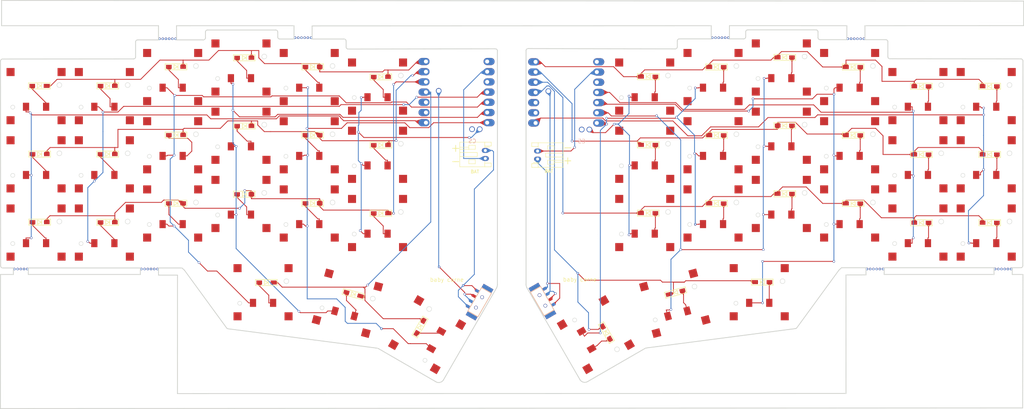
<source format=kicad_pcb>
(kicad_pcb (version 20240108) (generator "pcbnew") (generator_version "8.0")
  (title_block (title "Corne Xiao") (date "2024-09-09") (rev "1.1") (company "Author : Friction"))
  (layers (0 "F.Cu" signal) (31 "B.Cu" signal) (34 "B.Paste" user) (35 "F.Paste" user) (36 "B.SilkS" user "B.Silkscreen") (37 "F.SilkS" user "F.Silkscreen") (38 "B.Mask" user) (39 "F.Mask" user) (44 "Edge.Cuts" user))
  (net 0 "")
  (net 1 "GND")
  (net 2 "VCC")
  (net 3 "VBAT_L")
  (net 4 "VBAT_R")
  (net 5 "GND1")
  (net 6 "ROW0_L")
  (net 7 "Net-(D1-A)")
  (net 8 "Net-(D2-A)")
  (net 9 "Net-(D3-A)")
  (net 10 "Net-(D4-A)")
  (net 11 "Net-(D5-A)")
  (net 12 "Net-(D6-A)")
  (net 13 "ROW1_L")
  (net 14 "Net-(D7-A)")
  (net 15 "Net-(D8-A)")
  (net 16 "Net-(D9-A)")
  (net 17 "Net-(D10-A)")
  (net 18 "Net-(D11-A)")
  (net 19 "Net-(D12-A)")
  (net 20 "ROW2_L")
  (net 21 "Net-(D13-A)")
  (net 22 "Net-(D14-A)")
  (net 23 "Net-(D15-A)")
  (net 24 "Net-(D16-A)")
  (net 25 "Net-(D17-A)")
  (net 26 "Net-(D18-A)")
  (net 27 "ROW3_L")
  (net 28 "Net-(D19-A)")
  (net 29 "Net-(D20-A)")
  (net 30 "Net-(D21-A)")
  (net 31 "ROW0_R")
  (net 32 "Net-(D22-A)")
  (net 33 "Net-(D23-A)")
  (net 34 "Net-(D24-A)")
  (net 35 "Net-(D25-A)")
  (net 36 "Net-(D26-A)")
  (net 37 "Net-(D27-A)")
  (net 38 "ROW1_R")
  (net 39 "Net-(D28-A)")
  (net 40 "Net-(D29-A)")
  (net 41 "Net-(D30-A)")
  (net 42 "Net-(D31-A)")
  (net 43 "Net-(D32-A)")
  (net 44 "Net-(D33-A)")
  (net 45 "ROW2_R")
  (net 46 "Net-(D34-A)")
  (net 47 "Net-(D35-A)")
  (net 48 "Net-(D36-A)")
  (net 49 "Net-(D37-A)")
  (net 50 "Net-(D38-A)")
  (net 51 "Net-(D39-A)")
  (net 52 "ROW3_R")
  (net 53 "Net-(D40-A)")
  (net 54 "Net-(D41-A)")
  (net 55 "Net-(D42-A)")
  (net 56 "CS_L")
  (net 57 "VCCQ")
  (net 58 "CS_R")
  (net 59 "SDA_L")
  (net 60 "SCL_L")
  (net 61 "SDA_R")
  (net 62 "SCL_R")
  (net 64 "BAT+_L")
  (net 66 "BAT+_R")
  (net 67 "COL0_L")
  (net 68 "COL1_L")
  (net 69 "COL2_L")
  (net 70 "COL3_L")
  (net 71 "COL4_L")
  (net 72 "COL5_L")
  (net 73 "COL0_R")
  (net 74 "COL1_R")
  (net 75 "COL2_R")
  (net 76 "COL3_R")
  (net 77 "COL4_R")
  (net 78 "COL5_R")
  (footprint "kbd:D3_SMD_v2" (layer "F.Cu") (at 32.25 37.5 180)
    (property "Reference" "D1" (hide yes))
    (property "Value" "D" (hide yes))
  )
  (footprint "kbd:D3_SMD_v2" (layer "F.Cu") (at 49.25 37.5 180)
    (property "Reference" "D2" (hide yes))
    (property "Value" "D" (hide yes))
  )
  (footprint "kbd:D3_SMD_v2" (layer "F.Cu") (at 66.25 32.75 180)
    (property "Reference" "D3" (hide yes))
    (property "Value" "D" (hide yes))
  )
  (footprint "kbd:D3_SMD_v2" (layer "F.Cu") (at 83.25 30.5002 180)
    (property "Reference" "D4" (hide yes))
    (property "Value" "D" (hide yes))
  )
  (footprint "kbd:D3_SMD_v2" (layer "F.Cu") (at 100.25 32.7509 180)
    (property "Reference" "D5" (hide yes))
    (property "Value" "D" (hide yes))
  )
  (footprint "kbd:D3_SMD_v2" (layer "F.Cu") (at 117.25 35.2505 180)
    (property "Reference" "D6" (hide yes))
    (property "Value" "D" (hide yes))
  )
  (footprint "kbd:D3_SMD_v2" (layer "F.Cu") (at 32.3125 54.5 180)
    (property "Reference" "D7" (hide yes))
    (property "Value" "D" (hide yes))
  )
  (footprint "kbd:D3_SMD_v2" (layer "F.Cu") (at 49.25 54.5 180)
    (property "Reference" "D8" (hide yes))
    (property "Value" "D" (hide yes))
  )
  (footprint "kbd:D3_SMD_v2" (layer "F.Cu") (at 66.25 49.75 180)
    (property "Reference" "D9" (hide yes))
    (property "Value" "D" (hide yes))
  )
  (footprint "kbd:D3_SMD_v2" (layer "F.Cu") (at 83.25 47.4999 180)
    (property "Reference" "D10" (hide yes))
    (property "Value" "D" (hide yes))
  )
  (footprint "kbd:D3_SMD_v2" (layer "F.Cu") (at 100.25 49.7505 180)
    (property "Reference" "D11" (hide yes))
    (property "Value" "D" (hide yes))
  )
  (footprint "kbd:D3_SMD_v2" (layer "F.Cu") (at 117.25 52.2501 180)
    (property "Reference" "D12" (hide yes))
    (property "Value" "D" (hide yes))
  )
  (footprint "kbd:D3_SMD_v2" (layer "F.Cu") (at 32.3125 71.4531 180)
    (property "Reference" "D13" (hide yes))
    (property "Value" "D" (hide yes))
  )
  (footprint "kbd:D3_SMD_v2" (layer "F.Cu") (at 49.25 71.5 180)
    (property "Reference" "D14" (hide yes))
    (property "Value" "D" (hide yes))
  )
  (footprint "kbd:D3_SMD_v2" (layer "F.Cu") (at 66.25 66.75 180)
    (property "Reference" "D15" (hide yes))
    (property "Value" "D" (hide yes))
  )
  (footprint "kbd:D3_SMD_v2" (layer "F.Cu") (at 83.25 64.5 180)
    (property "Reference" "D16" (hide yes))
    (property "Value" "D" (hide yes))
  )
  (footprint "kbd:D3_SMD_v2" (layer "F.Cu") (at 100.25 66.75 180)
    (property "Reference" "D17" (hide yes))
    (property "Value" "D" (hide yes))
  )
  (footprint "kbd:D3_SMD_v2" (layer "F.Cu") (at 117.25 69.25 180)
    (property "Reference" "D18" (hide yes))
    (property "Value" "D" (hide yes))
  )
  (footprint "kbd:D3_SMD_v2" (layer "F.Cu") (at 88.75 86.5 180)
    (property "Reference" "D19" (hide yes))
    (property "Value" "D" (hide yes))
  )
  (footprint "kbd:D3_SMD_v2" (layer "F.Cu") (at 110.4 89.4 165)
    (property "Reference" "D20" (hide yes))
    (property "Value" "D" (hide yes))
  )
  (footprint "kbd:D3_SMD_v2" (layer "F.Cu") (at 127 97.6 -120)
    (property "Reference" "D21" (hide yes))
    (property "Value" "D" (hide yes))
  )
  (footprint "keeb_switches:CPG1316S01D02_mikeholscher" (layer "F.Cu") (at 48.4199 40.05)
    (property "Reference" "SW2" (hide yes))
    (property "Value" "SW_PUSH" (hide yes))
    (fp_circle (center -5.8 2.75) (end -5.3 2.75) (stroke (width 0.1)) (fill none) (layer "Edge.Cuts"))
    (fp_circle (center 5.8 -2.75) (end 6.4 -2.75) (stroke (width 0.1)) (fill none) (layer "Edge.Cuts"))
  )
  (footprint "keeb_switches:CPG1316S01D02_mikeholscher" (layer "F.Cu") (at 65.4199 35.3)
    (property "Reference" "SW3" (hide yes))
    (property "Value" "SW_PUSH" (hide yes))
    (fp_circle (center -5.8 2.75) (end -5.3 2.75) (stroke (width 0.1)) (fill none) (layer "Edge.Cuts"))
    (fp_circle (center 5.8 -2.75) (end 6.4 -2.75) (stroke (width 0.1)) (fill none) (layer "Edge.Cuts"))
  )
  (footprint "keeb_switches:CPG1316S01D02_mikeholscher" (layer "F.Cu") (at 82.4199 32.9252)
    (property "Reference" "SW4" (hide yes))
    (property "Value" "SW_PUSH" (hide yes))
    (fp_circle (center -5.8 2.75) (end -5.3 2.75) (stroke (width 0.1)) (fill none) (layer "Edge.Cuts"))
    (fp_circle (center 5.8 -2.75) (end 6.4 -2.75) (stroke (width 0.1)) (fill none) (layer "Edge.Cuts"))
  )
  (footprint "keeb_switches:CPG1316S01D02_mikeholscher" (layer "F.Cu") (at 99.4199 35.3009)
    (property "Reference" "SW5" (hide yes))
    (property "Value" "SW_PUSH" (hide yes))
    (fp_circle (center -5.8 2.75) (end -5.3 2.75) (stroke (width 0.1)) (fill none) (layer "Edge.Cuts"))
    (fp_circle (center 5.8 -2.75) (end 6.4 -2.75) (stroke (width 0.1)) (fill none) (layer "Edge.Cuts"))
  )
  (footprint "keeb_switches:CPG1316S01D02_mikeholscher" (layer "F.Cu") (at 31.4199 57.05)
    (property "Reference" "SW7" (hide yes))
    (property "Value" "SW_PUSH" (hide yes))
    (fp_circle (center -5.8 2.75) (end -5.3 2.75) (stroke (width 0.1)) (fill none) (layer "Edge.Cuts"))
    (fp_circle (center 5.8 -2.75) (end 6.4 -2.75) (stroke (width 0.1)) (fill none) (layer "Edge.Cuts"))
  )
  (footprint "keeb_switches:CPG1316S01D02_mikeholscher" (layer "F.Cu") (at 48.4199 57.05)
    (property "Reference" "SW8" (hide yes))
    (property "Value" "SW_PUSH" (hide yes))
    (fp_circle (center -5.8 2.75) (end -5.3 2.75) (stroke (width 0.1)) (fill none) (layer "Edge.Cuts"))
    (fp_circle (center 5.8 -2.75) (end 6.4 -2.75) (stroke (width 0.1)) (fill none) (layer "Edge.Cuts"))
  )
  (footprint "keeb_switches:CPG1316S01D02_mikeholscher" (layer "F.Cu") (at 65.4199 52.3)
    (property "Reference" "SW9" (hide yes))
    (property "Value" "SW_PUSH" (hide yes))
    (fp_circle (center -5.8 2.75) (end -5.3 2.75) (stroke (width 0.1)) (fill none) (layer "Edge.Cuts"))
    (fp_circle (center 5.8 -2.75) (end 6.4 -2.75) (stroke (width 0.1)) (fill none) (layer "Edge.Cuts"))
  )
  (footprint "keeb_switches:CPG1316S01D02_mikeholscher" (layer "F.Cu") (at 82.4199 49.9249)
    (property "Reference" "SW10" (hide yes))
    (property "Value" "SW_PUSH" (hide yes))
    (fp_circle (center -5.8 2.75) (end -5.3 2.75) (stroke (width 0.1)) (fill none) (layer "Edge.Cuts"))
    (fp_circle (center 5.8 -2.75) (end 6.4 -2.75) (stroke (width 0.1)) (fill none) (layer "Edge.Cuts"))
  )
  (footprint "keeb_switches:CPG1316S01D02_mikeholscher" (layer "F.Cu") (at 99.4199 52.3005)
    (property "Reference" "SW11" (hide yes))
    (property "Value" "SW_PUSH" (hide yes))
    (fp_circle (center -5.8 2.75) (end -5.3 2.75) (stroke (width 0.1)) (fill none) (layer "Edge.Cuts"))
    (fp_circle (center 5.8 -2.75) (end 6.4 -2.75) (stroke (width 0.1)) (fill none) (layer "Edge.Cuts"))
  )
  (footprint "keeb_switches:CPG1316S01D02_mikeholscher" (layer "F.Cu") (at 116.4199 54.6751)
    (property "Reference" "SW12" (hide yes))
    (property "Value" "SW_PUSH" (hide yes))
    (fp_circle (center -5.8 2.75) (end -5.3 2.75) (stroke (width 0.1)) (fill none) (layer "Edge.Cuts"))
    (fp_circle (center 5.8 -2.75) (end 6.4 -2.75) (stroke (width 0.1)) (fill none) (layer "Edge.Cuts"))
  )
  (footprint "keeb_switches:CPG1316S01D02_mikeholscher" (layer "F.Cu") (at 31.4199 74.05)
    (property "Reference" "SW13" (hide yes))
    (property "Value" "SW_PUSH" (hide yes))
    (fp_circle (center -5.8 2.75) (end -5.3 2.75) (stroke (width 0.1)) (fill none) (layer "Edge.Cuts"))
    (fp_circle (center 5.8 -2.75) (end 6.4 -2.75) (stroke (width 0.1)) (fill none) (layer "Edge.Cuts"))
  )
  (footprint "keeb_switches:CPG1316S01D02_mikeholscher" (layer "F.Cu") (at 48.4199 74.05)
    (property "Reference" "SW14" (hide yes))
    (property "Value" "SW_PUSH" (hide yes))
    (fp_circle (center -5.8 2.75) (end -5.3 2.75) (stroke (width 0.1)) (fill none) (layer "Edge.Cuts"))
    (fp_circle (center 5.8 -2.75) (end 6.4 -2.75) (stroke (width 0.1)) (fill none) (layer "Edge.Cuts"))
  )
  (footprint "keeb_switches:CPG1316S01D02_mikeholscher" (layer "F.Cu") (at 65.4199 69.3)
    (property "Reference" "SW15" (hide yes))
    (property "Value" "SW_PUSH" (hide yes))
    (fp_circle (center -5.8 2.75) (end -5.3 2.75) (stroke (width 0.1)) (fill none) (layer "Edge.Cuts"))
    (fp_circle (center 5.8 -2.75) (end 6.4 -2.75) (stroke (width 0.1)) (fill none) (layer "Edge.Cuts"))
  )
  (footprint "keeb_switches:CPG1316S01D02_mikeholscher" (layer "F.Cu") (at 82.4199 66.925)
    (property "Reference" "SW16" (hide yes))
    (property "Value" "SW_PUSH" (hide yes))
    (fp_circle (center -5.8 2.75) (end -5.3 2.75) (stroke (width 0.1)) (fill none) (layer "Edge.Cuts"))
    (fp_circle (center 5.8 -2.75) (end 6.4 -2.75) (stroke (width 0.1)) (fill none) (layer "Edge.Cuts"))
  )
  (footprint "keeb_switches:CPG1316S01D02_mikeholscher" (layer "F.Cu") (at 99.4199 69.3)
    (property "Reference" "SW17" (hide yes))
    (property "Value" "SW_PUSH" (hide yes))
    (fp_circle (center -5.8 2.75) (end -5.3 2.75) (stroke (width 0.1)) (fill none) (layer "Edge.Cuts"))
    (fp_circle (center 5.8 -2.75) (end 6.4 -2.75) (stroke (width 0.1)) (fill none) (layer "Edge.Cuts"))
  )
  (footprint "keeb_switches:CPG1316S01D02_mikeholscher" (layer "F.Cu") (at 116.4199 71.675)
    (property "Reference" "SW18" (hide yes))
    (property "Value" "SW_PUSH" (hide yes))
    (fp_circle (center -5.8 2.75) (end -5.3 2.75) (stroke (width 0.1)) (fill none) (layer "Edge.Cuts"))
    (fp_circle (center 5.8 -2.75) (end 6.4 -2.75) (stroke (width 0.1)) (fill none) (layer "Edge.Cuts"))
  )
  (footprint "keeb_switches:CPG1316S01D02_mikeholscher" (layer "F.Cu") (at 87.9199 88.925)
    (property "Reference" "SW19" (hide yes))
    (property "Value" "SW_PUSH" (hide yes))
    (fp_circle (center -5.8 2.75) (end -5.3 2.75) (stroke (width 0.1)) (fill none) (layer "Edge.Cuts"))
    (fp_circle (center 5.8 -2.75) (end 6.4 -2.75) (stroke (width 0.1)) (fill none) (layer "Edge.Cuts"))
  )
  (footprint "keeb_switches:CPG1316S01D02_mikeholscher" (layer "F.Cu") (at 108.9199 91.675 -15)
    (property "Reference" "SW20" (hide yes))
    (property "Value" "SW_PUSH" (hide yes))
    (fp_circle (center -5.8 2.75) (end -5.3 2.75) (stroke (width 0.1)) (fill none) (layer "Edge.Cuts"))
    (fp_circle (center 5.8 -2.75) (end 6.4 -2.75) (stroke (width 0.1)) (fill none) (layer "Edge.Cuts"))
  )
  (footprint "keeb_switches:CPG1316S01D02_mikeholscher" (layer "F.Cu") (at 128.75 99.5 60)
    (property "Reference" "SW21" (hide yes))
    (property "Value" "SW_PUSH" (hide yes))
    (fp_circle (center -5.8 2.75) (end -5.3 2.75) (stroke (width 0.1)) (fill none) (layer "Edge.Cuts"))
    (fp_circle (center 5.8 -2.75) (end 6.4 -2.75) (stroke (width 0.1)) (fill none) (layer "Edge.Cuts"))
  )
  (footprint "keeb_switches:CPG1316S01D02_mikeholscher" (layer "F.Cu") (at 170.75 99.5 -60)
    (property "Reference" "SW42" (hide yes))
    (property "Value" "SW_PUSH" (hide yes))
    (fp_circle (center -5.8 2.75) (end -5.3 2.75) (stroke (width 0.1)) (fill none) (layer "Edge.Cuts"))
    (fp_circle (center 5.8 -2.75) (end 6.4 -2.75) (stroke (width 0.1)) (fill none) (layer "Edge.Cuts"))
  )
  (footprint "kbd:D3_SMD_v2" (layer "F.Cu") (at 251.8 37.6)
    (property "Reference" "D23" (hide yes))
    (property "Value" "D" (hide yes))
  )
  (footprint "kbd:D3_SMD_v2" (layer "F.Cu") (at 234.8 32.8)
    (property "Reference" "D24" (hide yes))
    (property "Value" "D" (hide yes))
  )
  (footprint "kbd:D3_SMD_v2" (layer "F.Cu") (at 217.8 30.4)
    (property "Reference" "D25" (hide yes))
    (property "Value" "D" (hide yes))
  )
  (footprint "kbd:D3_SMD_v2" (layer "F.Cu") (at 183.8 35.2)
    (property "Reference" "D27" (hide yes))
    (property "Value" "D" (hide yes))
  )
  (footprint "kbd:D3_SMD_v2" (layer "F.Cu") (at 268.8 54.6)
    (property "Reference" "D28" (hide yes))
    (property "Value" "D" (hide yes))
  )
  (footprint "kbd:D3_SMD_v2" (layer "F.Cu") (at 251.8 54.6)
    (property "Reference" "D29" (hide yes))
    (property "Value" "D" (hide yes))
  )
  (footprint "kbd:D3_SMD_v2" (layer "F.Cu") (at 234.8 49.8)
    (property "Reference" "D30" (hide yes))
    (property "Value" "D" (hide yes))
  )
  (footprint "kbd:D3_SMD_v2" (layer "F.Cu") (at 217.8 47.4)
    (property "Reference" "D31" (hide yes))
    (property "Value" "D" (hide yes))
  )
  (footprint "kbd:D3_SMD_v2" (layer "F.Cu") (at 200.8 49.8)
    (property "Reference" "D32" (hide yes))
    (property "Value" "D" (hide yes))
  )
  (footprint "kbd:D3_SMD_v2" (layer "F.Cu") (at 183.8 52.2)
    (property "Reference" "D33" (hide yes))
    (property "Value" "D" (hide yes))
  )
  (footprint "kbd:D3_SMD_v2" (layer "F.Cu") (at 268.8 71.6)
    (property "Reference" "D34" (hide yes))
    (property "Value" "D" (hide yes))
  )
  (footprint "kbd:D3_SMD_v2" (layer "F.Cu") (at 251.8 71.6)
    (property "Reference" "D35" (hide yes))
    (property "Value" "D" (hide yes))
  )
  (footprint "kbd:D3_SMD_v2" (layer "F.Cu") (at 234.8 66.8)
    (property "Reference" "D36" (hide yes))
    (property "Value" "D" (hide yes))
  )
  (footprint "kbd:D3_SMD_v2" (layer "F.Cu") (at 217.8 64.4)
    (property "Reference" "D37" (hide yes))
    (property "Value" "D" (hide yes))
  )
  (footprint "kbd:D3_SMD_v2" (layer "F.Cu") (at 200.8 66.8)
    (property "Reference" "D38" (hide yes))
    (property "Value" "D" (hide yes))
  )
  (footprint "kbd:D3_SMD_v2" (layer "F.Cu") (at 183.8 69.2)
    (property "Reference" "D39" (hide yes))
    (property "Value" "D" (hide yes))
  )
  (footprint "kbd:D3_SMD_v2" (layer "F.Cu") (at 212.2 86.4)
    (property "Reference" "D40" (hide yes))
    (property "Value" "D" (hide yes))
  )
  (footprint "kbd:D3_SMD_v2" (layer "F.Cu") (at 190.6 89 15)
    (property "Reference" "D41" (hide yes))
    (property "Value" "D" (hide yes))
  )
  (footprint "kbd:D3_SMD_v2" (layer "F.Cu") (at 173.4 99 -60)
    (property "Reference" "D42" (hide yes))
    (property "Value" "D" (hide yes))
  )
  (footprint "kbd:D3_SMD_v2" (layer "F.Cu") (at 268.8 37.6)
    (property "Reference" "D22" (hide yes))
    (property "Value" "D" (hide yes))
  )
  (footprint "keeb_switches:CPG1316S01D02_mikeholscher" (layer "F.Cu") (at 216.9269 66.92)
    (property "Reference" "SW37" (hide yes))
    (property "Value" "SW_PUSH" (hide yes))
    (fp_circle (center -5.8 2.75) (end -5.3 2.75) (stroke (width 0.1)) (fill none) (layer "Edge.Cuts"))
    (fp_circle (center 5.8 -2.75) (end 6.4 -2.75) (stroke (width 0.1)) (fill none) (layer "Edge.Cuts"))
  )
  (footprint "keeb_switches:CPG1316S01D02_mikeholscher" (layer "F.Cu") (at 199.9269 69.295)
    (property "Reference" "SW38" (hide yes))
    (property "Value" "SW_PUSH" (hide yes))
    (fp_circle (center -5.8 2.75) (end -5.3 2.75) (stroke (width 0.1)) (fill none) (layer "Edge.Cuts"))
    (fp_circle (center 5.8 -2.75) (end 6.4 -2.75) (stroke (width 0.1)) (fill none) (layer "Edge.Cuts"))
  )
  (footprint "keeb_switches:CPG1316S01D02_mikeholscher" (layer "F.Cu") (at 182.9269 71.67)
    (property "Reference" "SW39" (hide yes))
    (property "Value" "SW_PUSH" (hide yes))
    (fp_circle (center -5.8 2.75) (end -5.3 2.75) (stroke (width 0.1)) (fill none) (layer "Edge.Cuts"))
    (fp_circle (center 5.8 -2.75) (end 6.4 -2.75) (stroke (width 0.1)) (fill none) (layer "Edge.Cuts"))
  )
  (footprint "keeb_switches:CPG1316S01D02_mikeholscher" (layer "F.Cu") (at 211.4269 88.92)
    (property "Reference" "SW40" (hide yes))
    (property "Value" "SW_PUSH" (hide yes))
    (fp_circle (center -5.8 2.75) (end -5.3 2.75) (stroke (width 0.1)) (fill none) (layer "Edge.Cuts"))
    (fp_circle (center 5.8 -2.75) (end 6.4 -2.75) (stroke (width 0.1)) (fill none) (layer "Edge.Cuts"))
  )
  (footprint "keeb_switches:CPG1316S01D02_mikeholscher" (layer "F.Cu") (at 190.4269 91.67 15)
    (property "Reference" "SW41" (hide yes))
    (property "Value" "SW_PUSH" (hide yes))
    (fp_circle (center -5.799999 2.75) (end -5.3 2.75) (stroke (width 0.1)) (fill none) (layer "Edge.Cuts"))
    (fp_circle (center 5.799999 -2.75) (end 6.4 -2.75) (stroke (width 0.1)) (fill none) (layer "Edge.Cuts"))
  )
  (footprint "keeb_switches:CPG1316S01D02_mikeholscher" (layer "F.Cu") (at 216.9269 32.92)
    (property "Reference" "SW25" (hide yes))
    (property "Value" "SW_PUSH" (hide yes))
    (fp_circle (center -5.8 2.75) (end -5.3 2.75) (stroke (width 0.1)) (fill none) (layer "Edge.Cuts"))
    (fp_circle (center 5.8 -2.75) (end 6.4 -2.75) (stroke (width 0.1)) (fill none) (layer "Edge.Cuts"))
  )
  (footprint "keeb_switches:CPG1316S01D02_mikeholscher" (layer "F.Cu") (at 199.9269 35.295)
    (property "Reference" "SW26" (hide yes))
    (property "Value" "SW_PUSH" (hide yes))
    (fp_circle (center -5.8 2.75) (end -5.3 2.75) (stroke (width 0.1)) (fill none) (layer "Edge.Cuts"))
    (fp_circle (center 5.8 -2.75) (end 6.4 -2.75) (stroke (width 0.1)) (fill none) (layer "Edge.Cuts"))
  )
  (footprint "keeb_switches:CPG1316S01D02_mikeholscher" (layer "F.Cu") (at 267.9269 57.045)
    (property "Reference" "SW28" (hide yes))
    (property "Value" "SW_PUSH" (hide yes))
    (fp_circle (center -5.8 2.75) (end -5.3 2.75) (stroke (width 0.1)) (fill none) (layer "Edge.Cuts"))
    (fp_circle (center 5.8 -2.75) (end 6.4 -2.75) (stroke (width 0.1)) (fill none) (layer "Edge.Cuts"))
  )
  (footprint "keeb_switches:CPG1316S01D02_mikeholscher" (layer "F.Cu") (at 233.9269 35.295)
    (property "Reference" "SW24" (hide yes))
    (property "Value" "SW_PUSH" (hide yes))
    (fp_circle (center -5.8 2.75) (end -5.3 2.75) (stroke (width 0.1)) (fill none) (layer "Edge.Cuts"))
    (fp_circle (center 5.8 -2.75) (end 6.4 -2.75) (stroke (width 0.1)) (fill none) (layer "Edge.Cuts"))
  )
  (footprint "keeb_switches:CPG1316S01D02_mikeholscher" (layer "F.Cu") (at 250.9269 57.045)
    (property "Reference" "SW29" (hide yes))
    (property "Value" "SW_PUSH" (hide yes))
    (fp_circle (center -5.8 2.75) (end -5.3 2.75) (stroke (width 0.1)) (fill none) (layer "Edge.Cuts"))
    (fp_circle (center 5.8 -2.75) (end 6.4 -2.75) (stroke (width 0.1)) (fill none) (layer "Edge.Cuts"))
  )
  (footprint "keeb_switches:CPG1316S01D02_mikeholscher" (layer "F.Cu") (at 250.9269 74.045)
    (property "Reference" "SW35" (hide yes))
    (property "Value" "SW_PUSH" (hide yes))
    (fp_circle (center -5.8 2.75) (end -5.3 2.75) (stroke (width 0.1)) (fill none) (layer "Edge.Cuts"))
    (fp_circle (center 5.8 -2.75) (end 6.4 -2.75) (stroke (width 0.1)) (fill none) (layer "Edge.Cuts"))
  )
  (footprint "keeb_switches:CPG1316S01D02_mikeholscher" (layer "F.Cu") (at 233.9269 69.295)
    (property "Reference" "SW36" (hide yes))
    (property "Value" "SW_PUSH" (hide yes))
    (fp_circle (center -5.8 2.75) (end -5.3 2.75) (stroke (width 0.1)) (fill none) (layer "Edge.Cuts"))
    (fp_circle (center 5.8 -2.75) (end 6.4 -2.75) (stroke (width 0.1)) (fill none) (layer "Edge.Cuts"))
  )
  (footprint "keeb_switches:CPG1316S01D02_mikeholscher" (layer "F.Cu") (at 267.9269 40.045)
    (property "Reference" "SW22" (hide yes))
    (property "Value" "SW_PUSH" (hide yes))
    (fp_circle (center -5.8 2.75) (end -5.3 2.75) (stroke (width 0.1)) (fill none) (layer "Edge.Cuts"))
    (fp_circle (center 5.8 -2.75) (end 6.4 -2.75) (stroke (width 0.1)) (fill none) (layer "Edge.Cuts"))
  )
  (footprint "keeb_switches:CPG1316S01D02_mikeholscher" (layer "F.Cu") (at 250.9269 40.045)
    (property "Reference" "SW23" (hide yes))
    (property "Value" "SW_PUSH" (hide yes))
    (fp_circle (center -5.8 2.75) (end -5.3 2.75) (stroke (width 0.1)) (fill none) (layer "Edge.Cuts"))
    (fp_circle (center 5.8 -2.75) (end 6.4 -2.75) (stroke (width 0.1)) (fill none) (layer "Edge.Cuts"))
  )
  (footprint "keeb_switches:CPG1316S01D02_mikeholscher" (layer "F.Cu") (at 233.9269 52.295)
    (property "Reference" "SW30" (hide yes))
    (property "Value" "SW_PUSH" (hide yes))
    (fp_circle (center -5.8 2.75) (end -5.3 2.75) (stroke (width 0.1)) (fill none) (layer "Edge.Cuts"))
    (fp_circle (center 5.8 -2.75) (end 6.4 -2.75) (stroke (width 0.1)) (fill none) (layer "Edge.Cuts"))
  )
  (footprint "keeb_switches:CPG1316S01D02_mikeholscher" (layer "F.Cu") (at 216.9269 49.92)
    (property "Reference" "SW31" (hide yes))
    (property "Value" "SW_PUSH" (hide yes))
    (fp_circle (center -5.8 2.75) (end -5.3 2.75) (stroke (width 0.1)) (fill none) (layer "Edge.Cuts"))
    (fp_circle (center 5.8 -2.75) (end 6.4 -2.75) (stroke (width 0.1)) (fill none) (layer "Edge.Cuts"))
  )
  (footprint "keeb_switches:CPG1316S01D02_mikeholscher" (layer "F.Cu") (at 199.9269 52.295)
    (property "Reference" "SW32" (hide yes))
    (property "Value" "SW_PUSH" (hide yes))
    (fp_circle (center -5.8 2.75) (end -5.3 2.75) (stroke (width 0.1)) (fill none) (layer "Edge.Cuts"))
    (fp_circle (center 5.8 -2.75) (end 6.4 -2.75) (stroke (width 0.1)) (fill none) (layer "Edge.Cuts"))
  )
  (footprint "keeb_switches:CPG1316S01D02_mikeholscher" (layer "F.Cu") (at 182.9269 54.67)
    (property "Reference" "SW33" (hide yes))
    (property "Value" "SW_PUSH" (hide yes))
    (fp_circle (center -5.8 2.75) (end -5.3 2.75) (stroke (width 0.1)) (fill none) (layer "Edge.Cuts"))
    (fp_circle (center 5.8 -2.75) (end 6.4 -2.75) (stroke (width 0.1)) (fill none) (layer "Edge.Cuts"))
  )
  (footprint "keeb_switches:CPG1316S01D02_mikeholscher" (layer "F.Cu") (at 267.9269 74.045)
    (property "Reference" "SW34" (hide yes))
    (property "Value" "SW_PUSH" (hide yes))
    (fp_circle (center -5.8 2.75) (end -5.3 2.75) (stroke (width 0.1)) (fill none) (layer "Edge.Cuts"))
    (fp_circle (center 5.8 -2.75) (end 6.4 -2.75) (stroke (width 0.1)) (fill none) (layer "Edge.Cuts"))
  )
  (footprint "kbd:D3_SMD_v2" (layer "F.Cu") (at 200.8 32.8)
    (property "Reference" "D26" (hide yes))
    (property "Value" "D" (hide yes))
  )
  (footprint "keeb_switches:CPG1316S01D02_mikeholscher" (layer "F.Cu") (at 31.4199 40.05)
    (property "Reference" "SW1" (hide yes))
    (property "Value" "SW_PUSH" (hide yes))
    (fp_circle (center -5.8 2.75) (end -5.3 2.75) (stroke (width 0.1)) (fill none) (layer "Edge.Cuts"))
    (fp_circle (center 5.8 -2.75) (end 6.4 -2.75) (stroke (width 0.1)) (fill none) (layer "Edge.Cuts"))
  )
  (footprint "keeb_switches:CPG1316S01D02_mikeholscher" (layer "F.Cu") (at 116.4199 37.6755)
    (property "Reference" "SW6" (hide yes))
    (property "Value" "SW_PUSH" (hide yes))
    (fp_circle (center -5.8 2.75) (end -5.3 2.75) (stroke (width 0.1)) (fill none) (layer "Edge.Cuts"))
    (fp_circle (center 5.8 -2.75) (end 6.4 -2.75) (stroke (width 0.1)) (fill none) (layer "Edge.Cuts"))
  )
  (footprint "keeb_switches:CPG1316S01D02_mikeholscher" (layer "F.Cu") (at 182.9199 37.675)
    (property "Reference" "SW27" (hide yes))
    (property "Value" "SW_PUSH" (hide yes))
    (fp_circle (center -5.8 2.75) (end -5.3 2.75) (stroke (width 0.1)) (fill none) (layer "Edge.Cuts"))
    (fp_circle (center 5.8 -2.75) (end 6.4 -2.75) (stroke (width 0.1)) (fill none) (layer "Edge.Cuts"))
  )
  (footprint "fp:xiao-ble-tht" (layer "F.Cu") (at 136.0843 39.0469)
    (property "Reference" "U1" (hide yes))
    (property "Value" "xiao-ble" (hide yes))
  )
  (footprint "fp:xiao-ble-tht" (layer "F.Cu") (at 163.3793 39.1269)
    (property "Reference" "U2" (hide yes))
    (property "Value" "xiao-ble" (hide yes))
  )
  (footprint "fp:MSK12C02_reversible" (layer "F.Cu") (at 141 95.4 150)
    (property "Reference" "PSW1" (hide yes))
    (property "Value" "SW_SPDT")
  )
  (footprint "kbd:M2_HOLE_v2" (layer "F.Cu") (at 144.1124 83.82)
    (property "Reference" "H7" (hide yes))
    (property "Value" "MountingHole" (hide yes))
  )
  (footprint "kbd:M2_HOLE_v2" (layer "F.Cu") (at 170.4624 76.195)
    (property "Reference" "H13" (hide yes))
    (property "Value" "MountingHole" (hide yes))
  )
  (footprint "Connector_JST:JST_PH_S2B-PH-K_1x02_P2.00mm_Horizontal" (layer "F.Cu") (at 156.26 55.74 90)
    (property "Reference" "B2" (hide yes))
    (property "Value" "JST Battery")
  )
  (footprint "Connector_JST:JST_PH_S2B-PH-K_1x02_P2.00mm_Horizontal" (layer "F.Cu") (at 143.25 53.6 -90)
    (property "Reference" "B1" (hide yes))
    (property "Value" "JST Battery")
  )
  (footprint "kbd:M2_HOLE_v2" (layer "F.Cu") (at 155.3374 83.57)
    (property "Reference" "H14" (hide yes))
    (property "Value" "MountingHole" (hide yes))
  )
  (footprint "fp:MSK12C02_reversible" (layer "F.Cu") (at 154.4 88.4 30)
    (property "Reference" "PSW2" (hide yes))
    (property "Value" "SW_SPDT")
  )
  (footprint "kbd:M2_HOLE_v2" (layer "F.Cu") (at 129.2624 76.145)
    (property "Reference" "H6" (hide yes))
    (property "Value" "MountingHole" (hide yes))
  )
  (gr_line (start 22.84375 22.5) (end 61.890625 22.5) (stroke (width 0.2)) (layer "Edge.Cuts"))
  (gr_line (start 66.40625 26.03125) (end 73.078004 26.03125) (stroke (width 0.2)) (layer "Edge.Cuts"))
  (gr_line (start 92.078197 25.828217) (end 95.625 25.828217) (stroke (width 0.2)) (layer "Edge.Cuts"))
  (gr_line (start 68.3563 83.436623) (end 78.899324 97.893783) (stroke (width 0.2)) (layer "Edge.Cuts"))
  (gr_line (start 79.252889 98.040081) (end 115.923339 102.810454) (stroke (width 0.2)) (layer "Edge.Cuts"))
  (gr_curve (pts (xy 130.871978 111.201078) (xy 131.507077 111.629147) (xy 132.36893 111.461308) (xy 132.796999 110.82622)) (stroke (width 0.2)) (layer "Edge.Cuts"))
  (gr_line (start 132.800095 110.821606) (end 146.026119 87.889239) (stroke (width 0.2)) (layer "Edge.Cuts"))
  (gr_curve (pts (xy 108.606558 27.828198) (xy 108.606628 28.104339) (xy 108.830535 28.328141) (xy 109.10668 28.328072)) (stroke (width 0.2)) (layer "Edge.Cuts"))
  (gr_curve (pts (xy 108.606558 26.328077) (xy 108.606489 26.052031) (xy 108.382731 25.828273) (xy 108.106685 25.828203)) (stroke (width 0.2)) (layer "Edge.Cuts"))
  (gr_curve (pts (xy 91.578075 25.328091) (xy 91.578006 25.604231) (xy 91.801803 25.828148) (xy 92.077949 25.828217)) (stroke (width 0.2)) (layer "Edge.Cuts"))
  (gr_curve (pts (xy 91.578075 24.078159) (xy 91.578145 23.802019) (xy 91.354347 23.578102) (xy 91.078202 23.578033)) (stroke (width 0.2)) (layer "Edge.Cuts"))
  (gr_curve (pts (xy 74.077999 23.578033) (xy 73.801853 23.578102) (xy 73.578056 23.802014) (xy 73.578125 24.078154)) (stroke (width 0.2)) (layer "Edge.Cuts"))
  (gr_curve (pts (xy 73.078004 26.03125) (xy 73.354149 26.03132) (xy 73.578056 25.807517) (xy 73.578125 25.531377)) (stroke (width 0.2)) (layer "Edge.Cuts"))
  (gr_curve (pts (xy 56.702067 26.03125) (xy 56.426021 26.03132) (xy 56.202263 26.255078) (xy 56.202194 26.531124)) (stroke (width 0.2)) (layer "Edge.Cuts"))
  (gr_curve (pts (xy 55.702072 30.781299) (xy 55.978218 30.781368) (xy 56.202124 30.557566) (xy 56.202194 30.281425)) (stroke (width 0.2)) (layer "Edge.Cuts"))
  (gr_curve (pts (xy 23.078252 30.8125) (xy 22.802111 30.81243) (xy 22.578195 31.036228) (xy 22.578125 31.312368)) (stroke (width 0.2)) (layer "Edge.Cuts"))
  (gr_curve (pts (xy 22.609253 82.375127) (xy 22.609323 82.651272) (xy 22.833234 82.87507) (xy 23.109375 82.875)) (stroke (width 0.2)) (layer "Edge.Cuts"))
  (gr_line (start 116.577895 102.939994) (end 130.871978 111.201078) (stroke (width 0.2)) (layer "Edge.Cuts"))
  (gr_line (start 108.106685 25.828203) (end 100.140625 25.82668) (stroke (width 0.2)) (layer "Edge.Cuts"))
  (gr_curve (pts (xy 146.25 28.75) (xy 146.249941 28.473954) (xy 146.026163 28.250191) (xy 145.750117 28.250127)) (stroke (width 0.2)) (layer "Edge.Cuts"))
  (gr_line (start 145.750117 28.250127) (end 109.10668 28.328072) (stroke (width 0.2)) (layer "Edge.Cuts"))
  (gr_line (start 108.60503 27.825658) (end 108.60503 26.32706) (stroke (width 0.2)) (layer "Edge.Cuts"))
  (gr_curve (pts (xy 146.025604 87.887711) (xy 146.178341 87.622579) (xy 146.256783 87.321172) (xy 146.252695 87.015222)) (stroke (width 0.2)) (layer "Edge.Cuts"))
  (gr_curve (pts (xy 78.899324 97.893783) (xy 78.993115 97.987495) (xy 79.120294 98.04012) (xy 79.252889 98.040081)) (stroke (width 0.2)) (layer "Edge.Cuts"))
  (gr_curve (pts (xy 116.577895 102.939994) (xy 116.364465 102.875551) (xy 116.145232 102.832163) (xy 115.923339 102.810454)) (stroke (width 0.2)) (layer "Edge.Cuts"))
  (gr_line (start 100.140625 25.82668) (end 100.140625 22.5469) (stroke (width 0.2)) (layer "Edge.Cuts"))
  (gr_line (start 238 84.608094) (end 233.017767 84.610076) (stroke (width 0.2)) (layer "Edge.Cuts"))
  (gr_line (start 277.25 16.375) (end 277.25 22.484387) (stroke (width 0.2)) (layer "Edge.Cuts"))
  (gr_curve (pts (xy 225.562163 23.531133) (xy 225.838309 23.531202) (xy 226.062106 23.755114) (xy 226.062037 24.031254)) (stroke (width 0.2)) (layer "Edge.Cuts"))
  (gr_line (start 66.622395 84.656976) (end 66.615263 114.189994) (stroke (width 0.2)) (layer "Edge.Cuts"))
  (gr_curve (pts (xy 191.033604 26.281177) (xy 191.033673 26.005131) (xy 191.257431 25.781373) (xy 191.533477 25.781303)) (stroke (width 0.2)) (layer "Edge.Cuts"))
  (gr_line (start 277.062037 31.265468) (end 277.030909 82.328227) (stroke (width 0.2)) (layer "Edge.Cuts"))
  (gr_line (start 66.40625 26.03125) (end 66.390625 22.505) (stroke (width 0.2)) (layer "Edge.Cuts"))
  (gr_line (start 95.625 22.5) (end 95.625 25.828217) (stroke (width 0.2)) (layer "Edge.Cuts"))
  (gr_line (start 22.543468 117.918947) (end 277 117.75) (stroke (width 0.2)) (layer "Edge.Cuts"))
  (gr_line (start 237.734375 25.98435) (end 237.734375 22.5) (stroke (width 0.2)) (layer "Edge.Cuts"))
  (gr_line (start 243.93809 30.734399) (end 276.56191 30.7656) (stroke (width 0.2)) (layer "Edge.Cuts"))
  (gr_curve (pts (xy 226.562158 25.98435) (xy 226.286013 25.98442) (xy 226.062106 25.760617) (xy 226.062037 25.484477)) (stroke (width 0.2)) (layer "Edge.Cuts"))
  (gr_line (start 243.437968 26.484224) (end 243.437968 30.234525) (stroke (width 0.2)) (layer "Edge.Cuts"))
  (gr_line (start 191.533477 25.781303) (end 199.484375 25.77978) (stroke (width 0.2)) (layer "Edge.Cuts"))
  (gr_line (start 242.530787 82.8281) (end 242.530787 84.5) (stroke (width 0.2)) (layer "Edge.Cuts"))
  (gr_line (start 233.017767 84.610076) (end 233.024899 114.143094) (stroke (width 0.2)) (layer "Edge.Cuts"))
  (gr_line (start 207.561965 25.781317) (end 204.015162 25.781317) (stroke (width 0.2)) (layer "Edge.Cuts"))
  (gr_line (start 204.015162 25.781317) (end 204.015162 22.49) (stroke (width 0.2)) (layer "Edge.Cuts"))
  (gr_line (start 22.578125 84.5) (end 22.543468 117.918947) (stroke (width 0.2)) (layer "Edge.Cuts"))
  (gr_line (start 191.035132 27.778758) (end 191.035132 26.28016) (stroke (width 0.2)) (layer "Edge.Cuts"))
  (gr_curve (pts (xy 208.062087 24.031259) (xy 208.062017 23.755119) (xy 208.285815 23.531202) (xy 208.56196 23.531133)) (stroke (width 0.2)) (layer "Edge.Cuts"))
  (gr_curve (pts (xy 242.938095 25.98435) (xy 243.214141 25.98442) (xy 243.437899 26.208178) (xy 243.437968 26.484224)) (stroke (width 0.2)) (layer "Edge.Cuts"))
  (gr_line (start 55.702072 30.781299) (end 23.078252 30.8125) (stroke (width 0.2)) (layer "Edge.Cuts"))
  (gr_line (start 57.375 84.5) (end 29.484375 84.5) (stroke (width 0.2)) (layer "Edge.Cuts"))
  (gr_line (start 233.233912 22.5) (end 233.233912 25.98435) (stroke (width 0.2)) (layer "Edge.Cuts"))
  (gr_line (start 22.84375 16.195312) (end 277.25 16.375) (stroke (width 0.2)) (layer "Edge.Cuts"))
  (gr_line (start 29.484375 82.875) (end 57.375 82.875) (stroke (width 0.2)) (layer "Edge.Cuts"))
  (gr_line (start 74.077999 23.578033) (end 91.078202 23.578033) (stroke (width 0.2)) (layer "Edge.Cuts"))
  (gr_line (start 29.484375 84.5) (end 29.484375 82.875) (stroke (width 0.2)) (layer "Edge.Cuts"))
  (gr_line (start 23.109375 82.875) (end 25.765625 82.875) (stroke (width 0.2)) (layer "Edge.Cuts"))
  (gr_line (start 269.875 82.8281) (end 242.530787 82.8281) (stroke (width 0.2)) (layer "Edge.Cuts"))
  (gr_line (start 22.578125 31.312368) (end 22.609253 82.375127) (stroke (width 0.2)) (layer "Edge.Cuts"))
  (gr_line (start 66.615263 114.189994) (end 233.024899 114.143094) (stroke (width 0.2)) (layer "Edge.Cuts"))
  (gr_curve (pts (xy 243.93809 30.734399) (xy 243.661944 30.734468) (xy 243.438038 30.510666) (xy 243.437968 30.234525)) (stroke (width 0.2)) (layer "Edge.Cuts"))
  (gr_line (start 269.875 84.5) (end 269.875 82.8281) (stroke (width 0.2)) (layer "Edge.Cuts"))
  (gr_line (start 204.015162 22.49) (end 233.233912 22.5) (stroke (width 0.2)) (layer "Edge.Cuts"))
  (gr_line (start 231.283862 83.389723) (end 220.740838 97.846883) (stroke (width 0.2)) (layer "Edge.Cuts"))
  (gr_line (start 66.390625 22.505) (end 95.625 22.5) (stroke (width 0.2)) (layer "Edge.Cuts"))
  (gr_line (start 238 82.8281) (end 231.905787 82.8281) (stroke (width 0.2)) (layer "Edge.Cuts"))
  (gr_line (start 226.062037 24.031259) (end 226.062037 25.484477) (stroke (width 0.2)) (layer "Edge.Cuts"))
  (gr_curve (pts (xy 191.033604 27.781298) (xy 191.033534 28.057439) (xy 190.809627 28.281241) (xy 190.533482 28.281172)) (stroke (width 0.2)) (layer "Edge.Cuts"))
  (gr_line (start 242.530787 84.5) (end 269.875 84.5) (stroke (width 0.2)) (layer "Edge.Cuts"))
  (gr_line (start 25.765625 84.5) (end 22.578125 84.5) (stroke (width 0.2)) (layer "Edge.Cuts"))
  (gr_curve (pts (xy 277.030909 82.328227) (xy 277.030839 82.604372) (xy 276.806928 82.82817) (xy 276.530787 82.8281)) (stroke (width 0.2)) (layer "Edge.Cuts"))
  (gr_curve (pts (xy 153.390162 28.7031) (xy 153.390221 28.427054) (xy 153.613999 28.203291) (xy 153.890045 28.203227)) (stroke (width 0.2)) (layer "Edge.Cuts"))
  (gr_line (start 56.702067 26.03125) (end 61.890625 26.03125) (stroke (width 0.2)) (layer "Edge.Cuts"))
  (gr_curve (pts (xy 183.062267 102.893094) (xy 183.275697 102.828651) (xy 183.49493 102.785263) (xy 183.716823 102.763554)) (stroke (width 0.2)) (layer "Edge.Cuts"))
  (gr_line (start 68.3563 83.436623) (end 67.734375 82.875) (stroke (width 0.2)) (layer "Edge.Cuts"))
  (gr_line (start 61.890625 82.875) (end 61.906978 84.655768) (stroke (width 0.2)) (layer "Edge.Cuts"))
  (gr_line (start 61.890625 82.875) (end 67.734375 82.875) (stroke (width 0.2)) (layer "Edge.Cuts"))
  (gr_line (start 225.562163 23.531133) (end 208.56196 23.531133) (stroke (width 0.2)) (layer "Edge.Cuts"))
  (gr_line (start 61.890625 22.5) (end 61.890625 26.03125) (stroke (width 0.2)) (layer "Edge.Cuts"))
  (gr_line (start 276.530787 82.8281) (end 274.405787 82.8281) (stroke (width 0.2)) (layer "Edge.Cuts"))
  (gr_line (start 56.202194 26.531124) (end 56.202194 30.281425) (stroke (width 0.2)) (layer "Edge.Cuts"))
  (gr_line (start 146.25 28.75) (end 146.252695 87.015222) (stroke (width 0.2)) (layer "Edge.Cuts"))
  (gr_line (start 91.578075 24.078159) (end 91.578075 25.328091) (stroke (width 0.2)) (layer "Edge.Cuts"))
  (gr_curve (pts (xy 276.56191 30.7656) (xy 276.838051 30.76553) (xy 277.061967 30.989328) (xy 277.062037 31.265468)) (stroke (width 0.2)) (layer "Edge.Cuts"))
  (gr_line (start 61.906978 84.655768) (end 66.622395 84.656976) (stroke (width 0.2)) (layer "Edge.Cuts"))
  (gr_line (start 238 82.8281) (end 238 84.608094) (stroke (width 0.2)) (layer "Edge.Cuts"))
  (gr_line (start 183.062267 102.893094) (end 168.768184 111.154178) (stroke (width 0.2)) (layer "Edge.Cuts"))
  (gr_line (start 153.890045 28.203227) (end 190.533482 28.281172) (stroke (width 0.2)) (layer "Edge.Cuts"))
  (gr_curve (pts (xy 168.768184 111.154178) (xy 168.133085 111.582247) (xy 167.271232 111.414408) (xy 166.843163 110.77932)) (stroke (width 0.2)) (layer "Edge.Cuts"))
  (gr_line (start 199.484375 22.5) (end 199.484375 25.77978) (stroke (width 0.2)) (layer "Edge.Cuts"))
  (gr_curve (pts (xy 153.614558 87.840811) (xy 153.461821 87.575679) (xy 153.383379 87.274272) (xy 153.387467 86.968322)) (stroke (width 0.2)) (layer "Edge.Cuts"))
  (gr_curve (pts (xy 220.740838 97.846883) (xy 220.647047 97.940595) (xy 220.519868 97.99322) (xy 220.387273 97.993181)) (stroke (width 0.2)) (layer "Edge.Cuts"))
  (gr_line (start 231.283862 83.389723) (end 231.905787 82.8281) (stroke (width 0.2)) (layer "Edge.Cuts"))
  (gr_line (start 274.405787 82.8281) (end 274.405787 84.5) (stroke (width 0.2)) (layer "Edge.Cuts"))
  (gr_line (start 166.840067 110.774706) (end 153.614043 87.842339) (stroke (width 0.2)) (layer "Edge.Cuts"))
  (gr_line (start 242.938095 25.98435) (end 237.734375 25.98435) (stroke (width 0.2)) (layer "Edge.Cuts"))
  (gr_line (start 73.578125 24.078159) (end 73.578125 25.531377) (stroke (width 0.2)) (layer "Edge.Cuts"))
  (gr_curve (pts (xy 208.062087 25.281191) (xy 208.062156 25.557331) (xy 207.838359 25.781248) (xy 207.562213 25.781317)) (stroke (width 0.2)) (layer "Edge.Cuts"))
  (gr_line (start 25.765625 82.875) (end 25.765625 84.5) (stroke (width 0.2)) (layer "Edge.Cuts"))
  (gr_line (start 277.062037 84.5) (end 277 117.75) (stroke (width 0.2)) (layer "Edge.Cuts"))
  (gr_line (start 100.140625 22.5469) (end 199.484375 22.5) (stroke (width 0.2)) (layer "Edge.Cuts"))
  (gr_line (start 22.84375 16.195312) (end 22.84375 22.5) (stroke (width 0.2)) (layer "Edge.Cuts"))
  (gr_line (start 237.734375 22.5) (end 277.25 22.484387) (stroke (width 0.2)) (layer "Edge.Cuts"))
  (gr_line (start 233.233912 25.98435) (end 226.562158 25.98435) (stroke (width 0.2)) (layer "Edge.Cuts"))
  (gr_line (start 208.062087 24.031259) (end 208.062087 25.281191) (stroke (width 0.2)) (layer "Edge.Cuts"))
  (gr_line (start 153.390162 28.7031) (end 153.387467 86.968322) (stroke (width 0.2)) (layer "Edge.Cuts"))
  (gr_line (start 274.405787 84.5) (end 277.062037 84.5) (stroke (width 0.2)) (layer "Edge.Cuts"))
  (gr_line (start 57.375 82.875) (end 57.375 84.5) (stroke (width 0.2)) (layer "Edge.Cuts"))
  (gr_line (start 220.387273 97.993181) (end 183.716823 102.763554) (stroke (width 0.2)) (layer "Edge.Cuts"))
  (gr_text "CS" (at 141.062395 51.836724 0) (layer "B.SilkS") (effects (font (size 1 1) (thickness 0.125)) (justify left bottom mirror)))
  (gr_text "CS" (at 168.312395 51.886724 0) (layer "B.SilkS") (effects (font (size 1 1) (thickness 0.125)) (justify left bottom mirror)))
  (gr_text "baby corne\n" (at 129.4 85.8 0) (layer "F.SilkS") (effects (font (size 1 1) (thickness 0.125)) (justify left)))
  (gr_text "baby corne\n" (at 162.5 85.75 0) (layer "F.SilkS") (effects (font (size 1 1) (thickness 0.125)) (justify left)))
  (gr_text "+" (at 162.4 57.2 0) (layer "F.SilkS") (effects (font (size 2 2) (thickness 0.2) (bold yes)) (justify left bottom)))
  (gr_text "+" (at 134.5 54.1 -0) (layer "F.SilkS") (effects (font (size 2 2) (thickness 0.2) (bold yes)) (justify left bottom)))
  (gr_text "-" (at 162.4 53.95 0) (layer "F.SilkS") (effects (font (size 2 2) (thickness 0.2) (bold yes)) (justify left bottom)))
  (gr_text "BAT" (at 139.5 59.35 0) (layer "F.SilkS") (effects (font (size 0.8 0.8)) (justify left bottom)))
  (gr_text "-" (at 137.25 55.35 -180) (layer "F.SilkS") (effects (font (size 2 2) (thickness 0.2) (bold yes)) (justify left bottom)))
  (gr_text "BAT" (at 157.9 59.2 0) (layer "F.SilkS") (effects (font (size 0.8 0.8)) (justify left bottom)))
  (via (at 201.34375 25.5) (size 0.6) (drill 0.3) (layers "F.Cu" "B.Cu") (net 0))
  (via (at 99.078125 25.5) (size 0.6) (drill 0.3) (layers "F.Cu" "B.Cu") (net 0))
  (via (at 234.28125 25.765625) (size 0.6) (drill 0.3) (layers "F.Cu" "B.Cu") (net 0))
  (via (at 59.234375 83.140625) (size 0.6) (drill 0.3) (layers "F.Cu" "B.Cu") (net 0))
  (via (at 203.734375 25.5) (size 0.6) (drill 0.3) (layers "F.Cu" "B.Cu") (net 0))
  (via (at 58.4375 83.140625) (size 0.6) (drill 0.3) (layers "F.Cu" "B.Cu") (net 0))
  (via (at 64.546875 25.765625) (size 0.6) (drill 0.3) (layers "F.Cu" "B.Cu") (net 0))
  (via (at 26.03125 83.140625) (size 0.6) (drill 0.3) (layers "F.Cu" "B.Cu") (net 0))
  (via (at 66.140625 25.765625) (size 0.6) (drill 0.3) (layers "F.Cu" "B.Cu") (net 0))
  (via (at 65.34375 25.765625) (size 0.6) (drill 0.3) (layers "F.Cu" "B.Cu") (net 0))
  (via (at 233.484375 25.765625) (size 0.6) (drill 0.3) (layers "F.Cu" "B.Cu") (net 0))
  (via (at 95.890625 25.5) (size 0.6) (drill 0.3) (layers "F.Cu" "B.Cu") (net 0))
  (via (at 270.9375 83.140625) (size 0.6) (drill 0.3) (layers "F.Cu" "B.Cu") (net 0))
  (via (at 240.65625 83.140625) (size 0.6) (drill 0.3) (layers "F.Cu" "B.Cu") (net 0))
  (via (at 96.6875 25.5) (size 0.6) (drill 0.3) (layers "F.Cu" "B.Cu") (net 0))
  (via (at 235.875 25.765625) (size 0.6) (drill 0.3) (layers "F.Cu" "B.Cu") (net 0))
  (via (at 27.625 83.140625) (size 0.6) (drill 0.3) (layers "F.Cu" "B.Cu") (net 0))
  (via (at 235.078125 25.765625) (size 0.6) (drill 0.3) (layers "F.Cu" "B.Cu") (net 0))
  (via (at 98.28125 25.5) (size 0.6) (drill 0.3) (layers "F.Cu" "B.Cu") (net 0))
  (via (at 238.265625 83.140625) (size 0.6) (drill 0.3) (layers "F.Cu" "B.Cu") (net 0))
  (via (at 239.859375 83.140625) (size 0.6) (drill 0.3) (layers "F.Cu" "B.Cu") (net 0))
  (via (at 271.734375 83.140625) (size 0.6) (drill 0.3) (layers "F.Cu" "B.Cu") (net 0))
  (via (at 57.640625 83.140625) (size 0.6) (drill 0.3) (layers "F.Cu" "B.Cu") (net 0))
  (via (at 202.9375 25.5) (size 0.6) (drill 0.3) (layers "F.Cu" "B.Cu") (net 0))
  (via (at 60.03125 83.140625) (size 0.6) (drill 0.3) (layers "F.Cu" "B.Cu") (net 0))
  (via (at 270.140625 83.140625) (size 0.6) (drill 0.3) (layers "F.Cu" "B.Cu") (net 0))
  (via (at 199.75 25.5) (size 0.6) (drill 0.3) (layers "F.Cu" "B.Cu") (net 0))
  (via (at 274.125 83.140625) (size 0.6) (drill 0.3) (layers "F.Cu" "B.Cu") (net 0))
  (via (at 97.484375 25.5) (size 0.6) (drill 0.3) (layers "F.Cu" "B.Cu") (net 0))
  (via (at 237.46875 25.765625) (size 0.6) (drill 0.3) (layers "F.Cu" "B.Cu") (net 0))
  (via (at 26.828125 83.140625) (size 0.6) (drill 0.3) (layers "F.Cu" "B.Cu") (net 0))
  (via (at 273.328125 83.140625) (size 0.6) (drill 0.3) (layers "F.Cu" "B.Cu") (net 0))
  (via (at 28.421875 83.140625) (size 0.6) (drill 0.3) (layers "F.Cu" "B.Cu") (net 0))
  (via (at 236.671875 25.765625) (size 0.6) (drill 0.3) (layers "F.Cu" "B.Cu") (net 0))
  (via (at 99.875 25.5) (size 0.6) (drill 0.3) (layers "F.Cu" "B.Cu") (net 0))
  (via (at 241.453125 83.140625) (size 0.6) (drill 0.3) (layers "F.Cu" "B.Cu") (net 0))
  (via (at 62.15625 25.765625) (size 0.6) (drill 0.3) (layers "F.Cu" "B.Cu") (net 0))
  (via (at 202.140625 25.5) (size 0.6) (drill 0.3) (layers "F.Cu" "B.Cu") (net 0))
  (via (at 272.53125 83.140625) (size 0.6) (drill 0.3) (layers "F.Cu" "B.Cu") (net 0))
  (via (at 239.0625 83.140625) (size 0.6) (drill 0.3) (layers "F.Cu" "B.Cu") (net 0))
  (via (at 242.25 83.140625) (size 0.6) (drill 0.3) (layers "F.Cu" "B.Cu") (net 0))
  (via (at 60.828125 83.140625) (size 0.6) (drill 0.3) (layers "F.Cu" "B.Cu") (net 0))
  (via (at 29.21875 83.140625) (size 0.6) (drill 0.3) (layers "F.Cu" "B.Cu") (net 0))
  (via (at 61.625 83.140625) (size 0.6) (drill 0.3) (layers "F.Cu" "B.Cu") (net 0))
  (via (at 200.546875 25.5) (size 0.6) (drill 0.3) (layers "F.Cu" "B.Cu") (net 0))
  (via (at 62.953125 25.765625) (size 0.6) (drill 0.3) (layers "F.Cu" "B.Cu") (net 0))
  (via (at 63.75 25.765625) (size 0.6) (drill 0.3) (layers "F.Cu" "B.Cu") (net 0))
  (segment (start 137.859375 55.6) (end 143.25 55.6) (width 0.2) (layer "B.Cu") (net 1))
  (segment (start 137.859375 38.48473) (end 137.859375 55.6) (width 0.2) (layer "B.Cu") (net 1))
  (segment (start 142.377205 33.9669) (end 137.859375 38.48473) (width 0.2) (layer "B.Cu") (net 1))
  (segment (start 143.7043 33.9669) (end 142.377205 33.9669) (width 0.2) (layer "B.Cu") (net 1))
  (segment (start 137.726562 87.257812) (end 139.882712 87.257812) (width 0.2) (layer "F.Cu") (net 3))
  (segment (start 139.882712 87.257812) (end 141.2287 88.6038) (width 0.2) (layer "F.Cu") (net 3))
  (via (at 137.726562 87.257812) (size 0.6) (drill 0.3) (layers "F.Cu" "B.Cu") (net 3))
  (segment (start 143.25 53.6) (end 144.975 53.6) (width 0.2) (layer "B.Cu") (net 3))
  (segment (start 136.53125 88.453125) (end 136.53125 90.053493) (width 0.2) (layer "B.Cu") (net 3))
  (segment (start 136.53125 90.053493) (end 138.978719 92.500962) (width 0.2) (layer "B.Cu") (net 3))
  (segment (start 137.726562 87.257813) (end 136.53125 88.453125) (width 0.2) (layer "B.Cu") (net 3))
  (segment (start 145.296875 58.4375) (end 140.515625 63.21875) (width 0.2) (layer "B.Cu") (net 3))
  (segment (start 140.515625 63.21875) (end 140.515625 84.46875) (width 0.2) (layer "B.Cu") (net 3))
  (segment (start 137.726563 87.257812) (end 137.726562 87.257812) (width 0.2) (layer "B.Cu") (net 3))
  (segment (start 137.726562 87.257812) (end 137.726562 87.257813) (width 0.2) (layer "B.Cu") (net 3))
  (segment (start 144.975 53.6) (end 145.296875 53.921875) (width 0.2) (layer "B.Cu") (net 3))
  (segment (start 145.296875 53.921875) (end 145.296875 58.4375) (width 0.2) (layer "B.Cu") (net 3))
  (segment (start 140.515625 84.46875) (end 137.726563 87.257812) (width 0.2) (layer "B.Cu") (net 3))
  (segment (start 160.1713 91.9962) (end 161.765625 90.401875) (width 0.2) (layer "F.Cu") (net 4))
  (segment (start 161.765625 86.7343) (end 158.695 86.7343) (width 0.2) (layer "F.Cu") (net 4))
  (segment (start 161.765625 90.401875) (end 161.765625 86.7343) (width 0.2) (layer "F.Cu") (net 4))
  (via (at 158.695 86.7343) (size 0.6) (drill 0.4) (layers "F.Cu" "B.Cu") (net 4))
  (segment (start 158.695 86.7343) (end 158.695 59.0767) (width 0.2) (layer "B.Cu") (net 4))
  (segment (start 158.7668 87.6108) (end 158.695 87.539) (width 0.2) (layer "B.Cu") (net 4))
  (segment (start 157.9213 88.099) (end 158.7668 87.6108) (width 0.2) (layer "B.Cu") (net 4))
  (segment (start 156.26 55.74) (end 156.26 56.6417) (width 0.2) (layer "B.Cu") (net 4))
  (segment (start 158.695 87.539) (end 158.695 86.7343) (width 0.2) (layer "B.Cu") (net 4))
  (segment (start 158.695 59.0767) (end 156.26 56.6417) (width 0.2) (layer "B.Cu") (net 4))
  (segment (start 165.489 52.8133) (end 164.5623 53.74) (width 0.2) (layer "F.Cu") (net 5))
  (segment (start 164.5623 53.74) (end 156.26 53.74) (width 0.2) (layer "F.Cu") (net 5))
  (via (at 165.489 52.8133) (size 0.6) (drill 0.4) (layers "F.Cu" "B.Cu") (net 5))
  (segment (start 165.489 52.8133) (end 165.489 38.3555) (width 0.2) (layer "B.Cu") (net 5))
  (segment (start 170.9993 34.0469) (end 169.7976 34.0469) (width 0.2) (layer "B.Cu") (net 5))
  (segment (start 165.489 38.3555) (end 169.7976 34.0469) (width 0.2) (layer "B.Cu") (net 5))
  (segment (start 35.0267 37.5) (end 34.025 37.5) (width 0.2) (layer "F.Cu") (net 6))
  (segment (start 57.464925 35.859375) (end 50.184575 35.859375) (width 0.2) (layer "F.Cu") (net 6))
  (segment (start 74.443375 31.078125) (end 68.025 31.078125) (width 0.2) (layer "F.Cu") (net 6))
  (segment (start 126.3126 31.4269) (end 124.1869 33.5526) (width 0.2) (layer "F.Cu") (net 6))
  (segment (start 117.6799 34) (end 102.025 34) (width 0.2) (layer "F.Cu") (net 6))
  (segment (start 102.025 34) (end 102.025 32.7509) (width 0.2) (layer "F.Cu") (net 6))
  (segment (start 86.859375 28.6875) (end 76.834 28.6875) (width 0.2) (layer "F.Cu") (net 6))
  (segment (start 68.025 32.75) (end 68.025 31.078125) (width 0.2) (layer "F.Cu") (net 6))
  (segment (start 102.025 31.9492) (end 88.293401 31.9492) (width 0.2) (layer "F.Cu") (net 6))
  (segment (start 102.025 32.7509) (end 102.025 31.9492) (width 0.2) (layer "F.Cu") (net 6))
  (segment (start 36.667325 35.859375) (end 35.0267 37.5) (width 0.2) (layer "F.Cu") (net 6))
  (segment (start 68.025 31.078125) (end 62.246175 31.078125) (width 0.2) (layer "F.Cu") (net 6))
  (segment (start 68.5259 32.75) (end 68.025 32.75) (width 0.2) (layer "F.Cu") (net 6))
  (segment (start 50.184575 35.859375) (end 36.667325 35.859375) (width 0.2) (layer "F.Cu") (net 6))
  (segment (start 119.025 35.2505) (end 119.025 33.5776) (width 0.2) (layer "F.Cu") (net 6))
  (segment (start 62.246175 31.078125) (end 57.464925 35.859375) (width 0.2) (layer "F.Cu") (net 6))
  (segment (start 118.1273 33.5526) (end 117.6799 34) (width 0.2) (layer "F.Cu") (net 6))
  (segment (start 51.025 37.5) (end 51.025 35.859375) (width 0.2) (layer "F.Cu") (net 6))
  (segment (start 88.293401 31.9492) (end 86.859375 30.515174) (width 0.2) (layer "F.Cu") (net 6))
  (segment (start 85.025 30.5002) (end 85.025 28.7125) (width 0.2) (layer "F.Cu") (net 6))
  (segment (start 76.834 28.6875) (end 74.443375 31.078125) (width 0.2) (layer "F.Cu") (net 6))
  (segment (start 124.1869 33.5526) (end 119 33.5526) (width 0.2) (layer "F.Cu") (net 6))
  (segment (start 86.859375 30.515174) (end 86.859375 28.6875) (width 0.2) (layer "F.Cu") (net 6))
  (segment (start 119.025 33.5776) (end 119 33.5526) (width 0.2) (layer "F.Cu") (net 6))
  (segment (start 119 33.5526) (end 118.1273 33.5526) (width 0.2) (layer "F.Cu") (net 6))
  (segment (start 128.4643 31.4269) (end 126.3126 31.4269) (width 0.2) (layer "F.Cu") (net 6))
  (segment (start 30.475 37.5) (end 30.475 38.3017) (width 0.2) (layer "F.Cu") (net 7))
  (segment (start 33.9199 42.7) (end 33.9199 41.7466) (width 0.2) (layer "F.Cu") (net 7))
  (segment (start 33.9199 41.7466) (end 33.5716 41.3983) (width 0.2) (layer "F.Cu") (net 7))
  (segment (start 33.5716 41.3983) (end 30.475 38.3017) (width 0.2) (layer "F.Cu") (net 7))
  (segment (start 50.9199 42.7) (end 49.8432 42.7) (width 0.2) (layer "F.Cu") (net 8))
  (segment (start 47.475 37.5) (end 47.475 38.3017) (width 0.2) (layer "F.Cu") (net 8))
  (segment (start 49.8432 40.6699) (end 47.475 38.3017) (width 0.2) (layer "F.Cu") (net 8))
  (segment (start 49.8432 42.7) (end 49.8432 40.6699) (width 0.2) (layer "F.Cu") (net 8))
  (segment (start 66.8432 37.95) (end 66.8432 35.9199) (width 0.2) (layer "F.Cu") (net 9))
  (segment (start 66.8432 35.9199) (end 64.475 33.5517) (width 0.2) (layer "F.Cu") (net 9))
  (segment (start 64.475 32.75) (end 64.475 33.5517) (width 0.2) (layer "F.Cu") (net 9))
  (segment (start 67.9199 37.95) (end 66.8432 37.95) (width 0.2) (layer "F.Cu") (net 9))
  (segment (start 81.475 30.5002) (end 81.475 31.3019) (width 0.2) (layer "F.Cu") (net 10))
  (segment (start 83.8432 33.6701) (end 81.475 31.3019) (width 0.2) (layer "F.Cu") (net 10))
  (segment (start 84.9199 35.5752) (end 83.8432 35.5752) (width 0.2) (layer "F.Cu") (net 10))
  (segment (start 83.8432 35.5752) (end 83.8432 33.6701) (width 0.2) (layer "F.Cu") (net 10))
  (segment (start 101.9199 36.6492) (end 101.5716 36.6492) (width 0.2) (layer "F.Cu") (net 11))
  (segment (start 98.475 32.7509) (end 98.475 33.5526) (width 0.2) (layer "F.Cu") (net 11))
  (segment (start 101.9199 37.9509) (end 101.9199 36.6492) (width 0.2) (layer "F.Cu") (net 11))
  (segment (start 101.5716 36.6492) (end 98.475 33.5526) (width 0.2) (layer "F.Cu") (net 11))
  (segment (start 118.9199 40.3255) (end 117.8432 40.3255) (width 0.2) (layer "F.Cu") (net 12))
  (segment (start 117.8432 40.3255) (end 117.8432 38.4204) (width 0.2) (layer "F.Cu") (net 12))
  (segment (start 117.8432 38.4204) (end 115.475 36.0522) (width 0.2) (layer "F.Cu") (net 12))
  (segment (start 115.475 35.2505) (end 115.475 36.0522) (width 0.2) (layer "F.Cu") (net 12))
  (segment (start 119.265625 51.155) (end 119.265625 52.009475) (width 0.2) (layer "F.Cu") (net 13))
  (segment (start 85 46.21875) (end 86.59375 46.21875) (width 0.2) (layer "F.Cu") (net 13))
  (segment (start 121.049 51.155) (end 102.6278 51.155) (width 0.2) (layer "F.Cu") (net 13))
  (segment (start 68.025 48.36875) (end 68 48.34375) (width 0.2) (layer "F.Cu") (net 13))
  (segment (start 86.59375 47.249249) (end 88.237301 48.8928) (width 0.2) (layer "F.Cu") (net 13))
  (segment (start 34.926425 52.859375) (end 51.796875 52.859375) (width 0.2) (layer "F.Cu") (net 13))
  (segment (start 68.265625 48.078125) (end 77.296875 48.078125) (width 0.2) (layer "F.Cu") (net 13))
  (segment (start 51.796875 52.859375) (end 51.796875 48.34375) (width 0.2) (layer "F.Cu") (net 13))
  (segment (start 77.296875 48.078125) (end 79.15625 46.21875) (width 0.2) (layer "F.Cu") (net 13))
  (segment (start 85.025 46.24375) (end 85 46.21875) (width 0.2) (layer "F.Cu") (net 13))
  (segment (start 125.3934 34.8861) (end 126.3126 33.9669) (width 0.2) (layer "F.Cu") (net 13))
  (segment (start 102.025 49.7505) (end 102.025 50.1513) (width 0.2) (layer "F.Cu") (net 13))
  (segment (start 34.0875 54.5) (end 34.0875 53.6983) (width 0.2) (layer "F.Cu") (net 13))
  (segment (start 126.3126 33.9669) (end 128.4643 33.9669) (width 0.2) (layer "F.Cu") (net 13))
  (segment (start 102.025 50.1513) (end 100.7665 48.8928) (width 0.2) (layer "F.Cu") (net 13))
  (segment (start 34.0875 53.6983) (end 34.926425 52.859375) (width 0.2) (layer "F.Cu") (net 13))
  (segment (start 85.025 47.4999) (end 85.025 46.24375) (width 0.2) (layer "F.Cu") (net 13))
  (segment (start 51.796875 48.34375) (end 68 48.34375) (width 0.2) (layer "F.Cu") (net 13))
  (segment (start 102.025 50.1513) (end 102.025 50.5522) (width 0.2) (layer "F.Cu") (net 13))
  (segment (start 79.15625 46.21875) (end 85 46.21875) (width 0.2) (layer "F.Cu") (net 13))
  (segment (start 51.025 54.5) (end 51 54.475) (width 0.2) (layer "F.Cu") (net 13))
  (segment (start 88.237301 48.8928) (end 89.78125 48.8928) (width 0.2) (layer "F.Cu") (net 13))
  (segment (start 68.025 49.75) (end 68.025 48.36875) (width 0.2) (layer "F.Cu") (net 13))
  (segment (start 125.109375 34.8861) (end 125.3934 34.8861) (width 0.2) (layer "F.Cu") (net 13))
  (segment (start 119.265625 52.009475) (end 119.025 52.2501) (width 0.2) (layer "F.Cu") (net 13))
  (segment (start 51 54.475) (end 51 52.859375) (width 0.2) (layer "F.Cu") (net 13))
  (segment (start 68 48.34375) (end 68.265625 48.078125) (width 0.2) (layer "F.Cu") (net 13))
  (segment (start 100.7665 48.8928) (end 89.78125 48.8928) (width 0.2) (layer "F.Cu") (net 13))
  (segment (start 102.6278 51.155) (end 102.025 50.5522) (width 0.2) (layer "F.Cu") (net 13))
  (segment (start 86.59375 46.21875) (end 86.59375 47.249249) (width 0.2) (layer "F.Cu") (net 13))
  (via (at 121.049 51.155) (size 0.6) (drill 0.4) (layers "F.Cu" "B.Cu") (net 13))
  (via (at 125.109375 34.8861) (size 0.6) (drill 0.4) (layers "F.Cu" "B.Cu") (net 13))
  (segment (start 121.049 38.591625) (end 121.049 51.155) (width 0.2) (layer "B.Cu") (net 13))
  (segment (start 124.754525 34.8861) (end 121.049 38.591625) (width 0.2) (layer "B.Cu") (net 13))
  (segment (start 125.109375 34.8861) (end 124.754525 34.8861) (width 0.2) (layer "B.Cu") (net 13))
  (segment (start 33.6341 58.3983) (end 30.5375 55.3017) (width 0.2) (layer "F.Cu") (net 14))
  (segment (start 33.9199 59.7) (end 33.9199 58.6841) (width 0.2) (layer "F.Cu") (net 14))
  (segment (start 33.9199 58.6841) (end 33.6341 58.3983) (width 0.2) (layer "F.Cu") (net 14))
  (segment (start 30.5375 54.5) (end 30.5375 55.3017) (width 0.2) (layer "F.Cu") (net 14))
  (segment (start 50.9199 59.7) (end 50.9199 58.7466) (width 0.2) (layer "F.Cu") (net 15))
  (segment (start 50.9199 58.7466) (end 50.5716 58.3983) (width 0.2) (layer "F.Cu") (net 15))
  (segment (start 50.5716 58.3983) (end 47.475 55.3017) (width 0.2) (layer "F.Cu") (net 15))
  (segment (start 47.475 54.5) (end 47.475 55.3017) (width 0.2) (layer "F.Cu") (net 15))
  (segment (start 69.1818 50.5517) (end 64.475 50.5517) (width 0.2) (layer "F.Cu") (net 16))
  (segment (start 70.1815 51.5514) (end 69.1818 50.5517) (width 0.2) (layer "F.Cu") (net 16))
  (segment (start 68.9966 54.95) (end 70.1815 53.7651) (width 0.2) (layer "F.Cu") (net 16))
  (segment (start 70.1815 53.7651) (end 70.1815 51.5514) (width 0.2) (layer "F.Cu") (net 16))
  (segment (start 64.475 49.75) (end 64.475 50.5517) (width 0.2) (layer "F.Cu") (net 16))
  (segment (start 67.9199 54.95) (end 68.9966 54.95) (width 0.2) (layer "F.Cu") (net 16))
  (segment (start 81.475 48.7915) (end 81.475 47.4999) (width 0.2) (layer "F.Cu") (net 17))
  (segment (start 84.9199 52.5749) (end 84.9199 51.2732) (width 0.2) (layer "F.Cu") (net 17))
  (segment (start 84.9199 51.2732) (end 83.9567 51.2732) (width 0.2) (layer "F.Cu") (net 17))
  (segment (start 83.9567 51.2732) (end 81.475 48.7915) (width 0.2) (layer "F.Cu") (net 17))
  (segment (start 101.9199 53.6488) (end 101.5716 53.6488) (width 0.2) (layer "F.Cu") (net 18))
  (segment (start 101.9199 54.9505) (end 101.9199 53.6488) (width 0.2) (layer "F.Cu") (net 18))
  (segment (start 101.5716 53.6488) (end 98.475 50.5522) (width 0.2) (layer "F.Cu") (net 18))
  (segment (start 98.475 49.7505) (end 98.475 50.5522) (width 0.2) (layer "F.Cu") (net 18))
  (segment (start 118.9199 56.0234) (end 118.4466 56.0234) (width 0.2) (layer "F.Cu") (net 19))
  (segment (start 118.4466 56.0234) (end 115.475 53.0518) (width 0.2) (layer "F.Cu") (net 19))
  (segment (start 115.475 52.2501) (end 115.475 53.0518) (width 0.2) (layer "F.Cu") (net 19))
  (segment (start 118.9199 57.3251) (end 118.9199 56.0234) (width 0.2) (layer "F.Cu") (net 19))
  (segment (start 84.9242 63.5975) (end 85.025 63.6983) (width 0.2) (layer "F.Cu") (net 20))
  (segment (start 102.025 65.609375) (end 85.025 65.609375) (width 0.2) (layer "F.Cu") (net 20))
  (segment (start 102.9216 68.4483) (end 102.025 67.5517) (width 0.2) (layer "F.Cu") (net 20))
  (segment (start 102.025 67.1508) (end 102.025 67.5517) (width 0.2) (layer "F.Cu") (net 20))
  (segment (start 53.6807 66.5392) (end 62.6021 66.5392) (width 0.2) (layer "F.Cu") (net 20))
  (segment (start 68.4733 68) (end 68.025 67.5517) (width 0.2) (layer "F.Cu") (net 20))
  (segment (start 120.422 69.25) (end 119.025 69.25) (width 0.2) (layer "F.Cu") (net 20))
  (segment (start 68.025 67.1508) (end 68.025 67.5517) (width 0.2) (layer "F.Cu") (net 20))
  (segment (start 102.025 66.75) (end 102.025 67.1508) (width 0.2) (layer "F.Cu") (net 20))
  (segment (start 34.879525 69.859375) (end 51.025 69.859375) (width 0.2) (layer "F.Cu") (net 20))
  (segment (start 119.025 69.25) (end 119.025 68.4483) (width 0.2) (layer "F.Cu") (net 20))
  (segment (start 102.025 67.1508) (end 102.025 65.609375) (width 0.2) (layer "F.Cu") (net 20))
  (segment (start 68.025 66.75) (end 68.025 67.1508) (width 0.2) (layer "F.Cu") (net 20))
  (segment (start 82.078125 68) (end 68.4733 68) (width 0.2) (layer "F.Cu") (net 20))
  (segment (start 34.0875 71.4531) (end 34.0875 70.6514) (width 0.2) (layer "F.Cu") (net 20))
  (segment (start 68.025 67.1508) (end 66.8225 65.9483) (width 0.2) (layer "F.Cu") (net 20))
  (segment (start 34.0875 70.6514) (end 34.879525 69.859375) (width 0.2) (layer "F.Cu") (net 20))
  (segment (start 85.025 64.5) (end 85.025 63.6983) (width 0.2) (layer "F.Cu") (net 20))
  (segment (start 120.422 37.1222) (end 121.0373 36.5069) (width 0.2) (layer "F.Cu") (net 20))
  (segment (start 121.0373 36.5069) (end 128.4643 36.5069) (width 0.2) (layer "F.Cu") (net 20))
  (segment (start 63.193 65.9483) (end 62.6021 66.5392) (width 0.2) (layer "F.Cu") (net 20))
  (segment (start 83.3733 63.5975) (end 84.9242 63.5975) (width 0.2) (layer "F.Cu") (net 20))
  (segment (start 119.025 68.4483) (end 102.9216 68.4483) (width 0.2) (layer "F.Cu") (net 20))
  (segment (start 51.025 69.859375) (end 51.025 69.1949) (width 0.2) (layer "F.Cu") (net 20))
  (segment (start 51.025 69.859375) (end 51.025 71.5) (width 0.2) (layer "F.Cu") (net 20))
  (segment (start 51.025 69.1949) (end 53.6807 66.5392) (width 0.2) (layer "F.Cu") (net 20))
  (segment (start 85.025 65.609375) (end 85.025 64.5) (width 0.2) (layer "F.Cu") (net 20))
  (segment (start 66.8225 65.9483) (end 63.193 65.9483) (width 0.2) (layer "F.Cu") (net 20))
  (via (at 120.422 69.25) (size 0.6) (drill 0.4) (layers "F.Cu" "B.Cu") (net 20))
  (via (at 120.422 37.1222) (size 0.6) (drill 0.4) (layers "F.Cu" "B.Cu") (net 20))
  (via (at 82.078125 68) (size 0.6) (drill 0.4) (layers "F.Cu" "B.Cu") (net 20))
  (via (at 83.3733 63.5975) (size 0.6) (drill 0.4) (layers "F.Cu" "B.Cu") (net 20))
  (segment (start 82.078125 68) (end 83.3733 66.704825) (width 0.2) (layer "B.Cu") (net 20))
  (segment (start 120.422 37.1222) (end 120.422 69.25) (width 0.2) (layer "B.Cu") (net 20))
  (segment (start 83.3733 66.704825) (end 83.3733 63.5975) (width 0.2) (layer "B.Cu") (net 20))
  (segment (start 33.681 75.3983) (end 30.5375 72.2548) (width 0.2) (layer "F.Cu") (net 21))
  (segment (start 33.9199 76.7) (end 33.9199 75.3983) (width 0.2) (layer "F.Cu") (net 21))
  (segment (start 30.5375 71.4531) (end 30.5375 72.2548) (width 0.2) (layer "F.Cu") (net 21))
  (segment (start 33.9199 75.3983) (end 33.681 75.3983) (width 0.2) (layer "F.Cu") (net 21))
  (segment (start 50.9199 76.7) (end 50.9199 75.7466) (width 0.2) (layer "F.Cu") (net 22))
  (segment (start 47.475 72.3017) (end 47.475 71.5) (width 0.2) (layer "F.Cu") (net 22))
  (segment (start 50.9199 75.7466) (end 47.475 72.3017) (width 0.2) (layer "F.Cu") (net 22))
  (segment (start 64.475 69.5818) (end 64.475 66.75) (width 0.2) (layer "F.Cu") (net 23))
  (segment (start 66.8432 71.95) (end 64.475 69.5818) (width 0.2) (layer "F.Cu") (net 23))
  (segment (start 67.9199 71.95) (end 66.8432 71.95) (width 0.2) (layer "F.Cu") (net 23))
  (segment (start 84.9199 69.575) (end 83.8432 69.575) (width 0.2) (layer "F.Cu") (net 24))
  (segment (start 83.8432 69.575) (end 83.8432 67.6699) (width 0.2) (layer "F.Cu") (net 24))
  (segment (start 81.475 64.5) (end 81.475 65.3017) (width 0.2) (layer "F.Cu") (net 24))
  (segment (start 83.8432 67.6699) (end 81.475 65.3017) (width 0.2) (layer "F.Cu") (net 24))
  (segment (start 101.5716 70.6483) (end 98.475 67.5517) (width 0.2) (layer "F.Cu") (net 25))
  (segment (start 101.9199 71.95) (end 101.9199 70.6483) (width 0.2) (layer "F.Cu") (net 25))
  (segment (start 101.9199 70.6483) (end 101.5716 70.6483) (width 0.2) (layer "F.Cu") (net 25))
  (segment (start 98.475 66.75) (end 98.475 67.5517) (width 0.2) (layer "F.Cu") (net 25))
  (segment (start 117.8432 74.325) (end 117.8432 72.4199) (width 0.2) (layer "F.Cu") (net 26))
  (segment (start 117.8432 72.4199) (end 115.475 70.0517) (width 0.2) (layer "F.Cu") (net 26))
  (segment (start 118.9199 74.325) (end 117.8432 74.325) (width 0.2) (layer "F.Cu") (net 26))
  (segment (start 115.475 69.25) (end 115.475 70.0517) (width 0.2) (layer "F.Cu") (net 26))
  (segment (start 126.9607 95.5278) (end 126.9608 95.5277) (width 0.2) (layer "F.Cu") (net 27))
  (segment (start 117.8403 95.5278) (end 126.9607 95.5278) (width 0.2) (layer "F.Cu") (net 27))
  (segment (start 113.2896 90.1743) (end 113.2896 90.9771) (width 0.2) (layer "F.Cu") (net 27))
  (segment (start 126.9608 95.5277) (end 127.8875 96.0628) (width 0.2) (layer "F.Cu") (net 27))
  (segment (start 112.890625 87.65625) (end 113.2896 88.055225) (width 0.2) (layer "F.Cu") (net 27))
  (segment (start 113.2896 88.055225) (end 113.2896 90.1743) (width 0.2) (layer "F.Cu") (net 27))
  (segment (start 113.44085 87.65625) (end 113.966 87.1311) (width 0.2) (layer "F.Cu") (net 27))
  (segment (start 91.5267 86.5) (end 92.68295 87.65625) (width 0.2) (layer "F.Cu") (net 27))
  (segment (start 113.2896 90.9771) (end 117.8403 95.5278) (width 0.2) (layer "F.Cu") (net 27))
  (segment (start 92.68295 87.65625) (end 113.44085 87.65625) (width 0.2) (layer "F.Cu") (net 27))
  (segment (start 90.525 86.5) (end 91.5267 86.5) (width 0.2) (layer "F.Cu") (net 27))
  (segment (start 112.1145 89.8594) (end 113.2896 90.1743) (width 0.2) (layer "F.Cu") (net 27))
  (via (at 113.966 87.1311) (size 0.6) (drill 0.4) (layers "F.Cu" "B.Cu") (net 27))
  (segment (start 129.666 71.4311) (end 113.966 87.1311) (width 0.2) (layer "B.Cu") (net 27))
  (segment (start 129.666 39.0469) (end 129.666 71.4311) (width 0.2) (layer "B.Cu") (net 27))
  (segment (start 128.4643 39.0469) (end 129.666 39.0469) (width 0.2) (layer "B.Cu") (net 27))
  (segment (start 89.3432 91.575) (end 89.3432 89.6699) (width 0.2) (layer "F.Cu") (net 28))
  (segment (start 90.4199 91.575) (end 89.3432 91.575) (width 0.2) (layer "F.Cu") (net 28))
  (segment (start 86.975 86.5) (end 86.975 87.3017) (width 0.2) (layer "F.Cu") (net 28))
  (segment (start 89.3432 89.6699) (end 86.975 87.3017) (width 0.2) (layer "F.Cu") (net 28))
  (segment (start 110.6488 94.8818) (end 111.0604 93.3457) (width 0.2) (layer "F.Cu") (net 29))
  (segment (start 111.0604 93.3457) (end 111.0603 93.3457) (width 0.2) (layer "F.Cu") (net 29))
  (segment (start 111.0603 93.3457) (end 108.6855 90.9709) (width 0.2) (layer "F.Cu") (net 29))
  (segment (start 108.6855 90.9709) (end 108.6855 88.9406) (width 0.2) (layer "F.Cu") (net 29))
  (segment (start 131.817707 99.137195) (end 132.294966 98.659936) (width 0.2) (layer "F.Cu") (net 30))
  (segment (start 126.1125 99.137195) (end 131.817707 99.137195) (width 0.2) (layer "F.Cu") (net 30))
  (segment (start 198.5242 32.8) (end 199.025 32.8) (width 0.2) (layer "F.Cu") (net 31))
  (segment (start 215.0233 30.4) (end 215.5242 30.4) (width 0.2) (layer "F.Cu") (net 31))
  (segment (start 240.390625 31.078125) (end 241.984375 32.671875) (width 0.2) (layer "F.Cu") (net 31))
  (segment (start 250.025 36.3677) (end 250.533325 35.859375) (width 0.2) (layer "F.Cu") (net 31))
  (segment (start 241.984375 32.671875) (end 241.984375 36.3677) (width 0.2) (layer "F.Cu") (net 31))
  (segment (start 250.533325 35.859375) (end 266.086075 35.859375) (width 0.2) (layer "F.Cu") (net 31))
  (segment (start 158.1627 32.7086) (end 175.1768 32.7086) (width 0.2) (layer "F.Cu") (net 31))
  (segment (start 198.5242 32.8) (end 198.0233 32.8) (width 0.2) (layer "F.Cu") (net 31))
  (segment (start 250.025 36.7983) (end 250.025 36.3677) (width 0.2) (layer "F.Cu") (net 31))
  (segment (start 215.5242 30.4) (end 216.971075 28.953125) (width 0.2) (layer "F.Cu") (net 31))
  (segment (start 177.6682 35.2) (end 182.025 35.2) (width 0.2) (layer "F.Cu") (net 31))
  (segment (start 182.025 35.2) (end 182.025 34.3983) (width 0.2) (layer "F.Cu") (net 31))
  (segment (start 199.025 31.9983) (end 199.945175 31.078125) (width 0.2) (layer "F.Cu") (net 31))
  (segment (start 241.984375 36.3677) (end 250.025 36.3677) (width 0.2) (layer "F.Cu") (net 31))
  (segment (start 156.961 31.5069) (end 158.1627 32.7086) (width 0.2) (layer "F.Cu") (net 31))
  (segment (start 198.0233 32.8) (end 197.3277 33.4956) (width 0.2) (layer "F.Cu") (net 31))
  (segment (start 155.7593 31.5069) (end 156.961 31.5069) (width 0.2) (layer "F.Cu") (net 31))
  (segment (start 223.390625 28.953125) (end 227.2375 32.8) (width 0.2) (layer "F.Cu") (net 31))
  (segment (start 233.025 31.078125) (end 240.390625 31.078125) (width 0.2) (layer "F.Cu") (net 31))
  (segment (start 214.345175 31.078125) (end 215.0233 30.4) (width 0.2) (layer "F.Cu") (net 31))
  (segment (start 266.086075 35.859375) (end 267.025 36.7983) (width 0.2) (layer "F.Cu") (net 31))
  (segment (start 250.025 37.6) (end 250.025 36.7983) (width 0.2) (layer "F.Cu") (net 31))
  (segment (start 199.025 32.8) (end 199.025 31.9983) (width 0.2) (layer "F.Cu") (net 31))
  (segment (start 227.2375 32.8) (end 233.025 32.8) (width 0.2) (layer "F.Cu") (net 31))
  (segment (start 233.025 32.8) (end 233.025 31.078125) (width 0.2) (layer "F.Cu") (net 31))
  (segment (start 182.9277 33.4956) (end 182.025 34.3983) (width 0.2) (layer "F.Cu") (net 31))
  (segment (start 267.025 36.7983) (end 267.025 37.6) (width 0.2) (layer "F.Cu") (net 31))
  (segment (start 197.3277 33.4956) (end 182.9277 33.4956) (width 0.2) (layer "F.Cu") (net 31))
  (segment (start 216.025 30.4) (end 215.5242 30.4) (width 0.2) (layer "F.Cu") (net 31))
  (segment (start 175.1768 32.7086) (end 177.6682 35.2) (width 0.2) (layer "F.Cu") (net 31))
  (segment (start 199.945175 31.078125) (end 214.345175 31.078125) (width 0.2) (layer "F.Cu") (net 31))
  (segment (start 216.971075 28.953125) (end 223.390625 28.953125) (width 0.2) (layer "F.Cu") (net 31))
  (segment (start 270.575 41.2452) (end 270.4269 41.3933) (width 0.2) (layer "F.Cu") (net 32))
  (segment (start 270.575 37.6) (end 270.575 41.2452) (width 0.2) (layer "F.Cu") (net 32))
  (segment (start 270.4269 42.695) (end 270.4269 41.3933) (width 0.2) (layer "F.Cu") (net 32))
  (segment (start 253.575 37.6) (end 253.575 41.2452) (width 0.2) (layer "F.Cu") (net 33))
  (segment (start 253.575 41.2452) (end 253.4269 41.3933) (width 0.2) (layer "F.Cu") (net 33))
  (segment (start 253.4269 42.695) (end 253.4269 41.3933) (width 0.2) (layer "F.Cu") (net 33))
  (segment (start 236.575 36.4952) (end 236.4269 36.6433) (width 0.2) (layer "F.Cu") (net 34))
  (segment (start 236.575 32.8) (end 236.575 36.4952) (width 0.2) (layer "F.Cu") (net 34))
  (segment (start 236.4269 37.945) (end 236.4269 36.6433) (width 0.2) (layer "F.Cu") (net 34))
  (segment (start 219.575 30.4) (end 219.575 34.1202) (width 0.2) (layer "F.Cu") (net 35))
  (segment (start 219.575 34.1202) (end 219.4269 34.2683) (width 0.2) (layer "F.Cu") (net 35))
  (segment (start 219.4269 35.57) (end 219.4269 34.2683) (width 0.2) (layer "F.Cu") (net 35))
  (segment (start 202.4269 37.945) (end 202.4269 36.6433) (width 0.2) (layer "F.Cu") (net 36))
  (segment (start 202.575 36.4952) (end 202.4269 36.6433) (width 0.2) (layer "F.Cu") (net 36))
  (segment (start 202.575 32.8) (end 202.575 36.4952) (width 0.2) (layer "F.Cu") (net 36))
  (segment (start 185.575 38.8682) (end 185.4199 39.0233) (width 0.2) (layer "F.Cu") (net 37))
  (segment (start 185.4199 40.325) (end 185.4199 39.0233) (width 0.2) (layer "F.Cu") (net 37))
  (segment (start 185.575 35.2) (end 185.575 38.8682) (width 0.2) (layer "F.Cu") (net 37))
  (segment (start 233.025 49.5) (end 234.446875 48.078125) (width 0.2) (layer "F.Cu") (net 38))
  (segment (start 199.67955 48.34375) (end 215.88295 48.34375) (width 0.2) (layer "F.Cu") (net 38))
  (segment (start 242.25 49.9375) (end 242.25 54.6) (width 0.2) (layer "F.Cu") (net 38))
  (segment (start 216.025 46.5983) (end 220.4479 46.5983) (width 0.2) (layer "F.Cu") (net 38))
  (segment (start 267.025 53.7983) (end 267.025 54.6) (width 0.2) (layer "F.Cu") (net 38))
  (segment (start 199.025 49.8) (end 199.025 48.9983) (width 0.2) (layer "F.Cu") (net 38))
  (segment (start 223.3496 49.5) (end 233.025 49.5) (width 0.2) (layer "F.Cu") (net 38))
  (segment (start 181.9625 52.2) (end 181.028125 51.265625) (width 0.2) (layer "F.Cu") (net 38))
  (segment (start 233.025 49.8) (end 233.025 49.5) (width 0.2) (layer "F.Cu") (net 38))
  (segment (start 164.839 51.265625) (end 181.028125 51.265625) (width 0.2) (layer "F.Cu") (net 38))
  (segment (start 181.825 50.46875) (end 197.35455 50.46875) (width 0.2) (layer "F.Cu") (net 38))
  (segment (start 250.025 53.7983) (end 250.963925 52.859375) (width 0.2) (layer "F.Cu") (net 38))
  (segment (start 216.025 48.2017) (end 216.025 47.4) (width 0.2) (layer "F.Cu") (net 38))
  (segment (start 216.025 47.4) (end 216.025 46.5983) (width 0.2) (layer "F.Cu") (net 38))
  (segment (start 240.390625 48.078125) (end 242.25 49.9375) (width 0.2) (layer "F.Cu") (net 38))
  (segment (start 266.086075 52.859375) (end 267.025 53.7983) (width 0.2) (layer "F.Cu") (net 38))
  (segment (start 242.25 54.6) (end 250.025 54.6) (width 0.2) (layer "F.Cu") (net 38))
  (segment (start 199.025 48.9983) (end 199.67955 48.34375) (width 0.2) (layer "F.Cu") (net 38))
  (segment (start 234.446875 48.078125) (end 240.390625 48.078125) (width 0.2) (layer "F.Cu") (net 38))
  (segment (start 197.35455 50.46875) (end 198.0233 49.8) (width 0.2) (layer "F.Cu") (net 38))
  (segment (start 181.028125 51.265625) (end 181.825 50.46875) (width 0.2) (layer "F.Cu") (net 38))
  (segment (start 182.025 52.2) (end 181.9625 52.2) (width 0.2) (layer "F.Cu") (net 38))
  (segment (start 250.963925 52.859375) (end 266.086075 52.859375) (width 0.2) (layer "F.Cu") (net 38))
  (segment (start 220.4479 46.5983) (end 223.3496 49.5) (width 0.2) (layer "F.Cu") (net 38))
  (segment (start 198.0233 49.8) (end 199.025 49.8) (width 0.2) (layer "F.Cu") (net 38))
  (segment (start 250.025 54.6) (end 250.025 53.7983) (width 0.2) (layer "F.Cu") (net 38))
  (segment (start 215.88295 48.34375) (end 216.025 48.2017) (width 0.2) (layer "F.Cu") (net 38))
  (via (at 164.839 51.265625) (size 0.6) (drill 0.4) (layers "F.Cu" "B.Cu") (net 38))
  (segment (start 156.961 34.0469) (end 155.7593 34.0469) (width 0.2) (layer "B.Cu") (net 38))
  (segment (start 164.839 51.265625) (end 164.839 41.9249) (width 0.2) (layer "B.Cu") (net 38))
  (segment (start 164.839 41.9249) (end 156.961 34.0469) (width 0.2) (layer "B.Cu") (net 38))
  (segment (start 270.4269 59.695) (end 270.4269 58.3933) (width 0.2) (layer "F.Cu") (net 39))
  (segment (start 270.575 54.6) (end 270.575 58.2452) (width 0.2) (layer "F.Cu") (net 39))
  (segment (start 270.575 58.2452) (end 270.4269 58.3933) (width 0.2) (layer "F.Cu") (net 39))
  (segment (start 253.575 58.2452) (end 253.4269 58.3933) (width 0.2) (layer "F.Cu") (net 40))
  (segment (start 253.4269 59.695) (end 253.4269 58.3933) (width 0.2) (layer "F.Cu") (net 40))
  (segment (start 253.575 54.6) (end 253.575 58.2452) (width 0.2) (layer "F.Cu") (net 40))
  (segment (start 236.575 53.4952) (end 236.4269 53.6433) (width 0.2) (layer "F.Cu") (net 41))
  (segment (start 236.4269 54.945) (end 236.4269 53.6433) (width 0.2) (layer "F.Cu") (net 41))
  (segment (start 236.575 49.8) (end 236.575 53.4952) (width 0.2) (layer "F.Cu") (net 41))
  (segment (start 219.575 47.4) (end 219.575 48.2017) (width 0.2) (layer "F.Cu") (net 42))
  (segment (start 219.4269 52.57) (end 219.4269 48.3498) (width 0.2) (layer "F.Cu") (net 42))
  (segment (start 219.4269 48.3498) (end 219.575 48.2017) (width 0.2) (layer "F.Cu") (net 42))
  (segment (start 202.575 49.8) (end 202.575 53.4952) (width 0.2) (layer "F.Cu") (net 43))
  (segment (start 202.4269 54.945) (end 202.4269 53.6433) (width 0.2) (layer "F.Cu") (net 43))
  (segment (start 202.575 53.4952) (end 202.4269 53.6433) (width 0.2) (layer "F.Cu") (net 43))
  (segment (start 185.4269 57.32) (end 185.4269 56.0183) (width 0.2) (layer "F.Cu") (net 44))
  (segment (start 185.575 52.2) (end 185.575 55.8702) (width 0.2) (layer "F.Cu") (net 44))
  (segment (start 185.575 55.8702) (end 185.4269 56.0183) (width 0.2) (layer "F.Cu") (net 44))
  (segment (start 217.2367 62.6875) (end 223.125 62.6875) (width 0.2) (layer "F.Cu") (net 45))
  (segment (start 227.2375 66.8) (end 233.025 66.8) (width 0.2) (layer "F.Cu") (net 45))
  (segment (start 214.345175 65.078125) (end 215.0233 64.4) (width 0.2) (layer "F.Cu") (net 45))
  (segment (start 267.025 70.7983) (end 267.025 71.6) (width 0.2) (layer "F.Cu") (net 45))
  (segment (start 198.5242 66.8) (end 199.025 66.8) (width 0.2) (layer "F.Cu") (net 45))
  (segment (start 233.025 65.9983) (end 237.4708 65.9983) (width 0.2) (layer "F.Cu") (net 45))
  (segment (start 199.945175 65.078125) (end 214.345175 65.078125) (width 0.2) (layer "F.Cu") (net 45))
  (segment (start 182.025 69.2) (end 182.025 68.3983) (width 0.2) (layer "F.Cu") (net 45))
  (segment (start 233.025 66.8) (end 233.025 65.9983) (width 0.2) (layer "F.Cu") (net 45))
  (segment (start 199.025 65.9983) (end 199.945175 65.078125) (width 0.2) (layer "F.Cu") (net 45))
  (segment (start 250.025 70.3636) (end 250.529225 69.859375) (width 0.2) (layer "F.Cu") (net 45))
  (segment (start 182.8668 67.5565) (end 197.2668 67.5565) (width 0.2) (layer "F.Cu") (net 45))
  (segment (start 215.0233 64.4) (end 215.5242 64.4) (width 0.2) (layer "F.Cu") (net 45))
  (segment (start 250.025 71.6) (end 250.025 70.7983) (width 0.2) (layer "F.Cu") (net 45))
  (segment (start 241.8361 70.3636) (end 250.025 70.3636) (width 0.2) (layer "F.Cu") (net 45))
  (segment (start 216.025 64.4) (end 215.5242 64.4) (width 0.2) (layer "F.Cu") (net 45))
  (segment (start 237.4708 65.9983) (end 241.8361 70.3636) (width 0.2) (layer "F.Cu") (net 45))
  (segment (start 198.5242 66.8) (end 198.0233 66.8) (width 0.2) (layer "F.Cu") (net 45))
  (segment (start 250.025 70.7983) (end 250.025 70.3636) (width 0.2) (layer "F.Cu") (net 45))
  (segment (start 199.025 66.8) (end 199.025 65.9983) (width 0.2) (layer "F.Cu") (net 45))
  (segment (start 197.2668 67.5565) (end 198.0233 66.8) (width 0.2) (layer "F.Cu") (net 45))
  (segment (start 215.5242 64.4) (end 217.2367 62.6875) (width 0.2) (layer "F.Cu") (net 45))
  (segment (start 182.025 68.3983) (end 182.8668 67.5565) (width 0.2) (layer "F.Cu") (net 45))
  (segment (start 223.125 62.6875) (end 227.2375 66.8) (width 0.2) (layer "F.Cu") (net 45))
  (segment (start 162.544 69.2) (end 182.025 69.2) (width 0.2) (layer "F.Cu") (net 45))
  (segment (start 266.086075 69.859375) (end 267.025 70.7983) (width 0.2) (layer "F.Cu") (net 45))
  (segment (start 250.529225 69.859375) (end 266.086075 69.859375) (width 0.2) (layer "F.Cu") (net 45))
  (via (at 162.544 69.2) (size 0.6) (drill 0.4) (layers "F.Cu" "B.Cu") (net 45))
  (segment (start 162.544 69.2) (end 162.544 40.3871) (width 0.2) (layer "B.Cu") (net 45))
  (segment (start 162.544 40.3871) (end 158.7438 36.5869) (width 0.2) (layer "B.Cu") (net 45))
  (segment (start 158.7438 36.5869) (end 155.7593 36.5869) (width 0.2) (layer "B.Cu") (net 45))
  (segment (start 270.575 75.2452) (end 270.4269 75.3933) (width 0.2) (layer "F.Cu") (net 46))
  (segment (start 270.4269 76.695) (end 270.4269 75.3933) (width 0.2) (layer "F.Cu") (net 46))
  (segment (start 270.575 71.6) (end 270.575 75.2452) (width 0.2) (layer "F.Cu") (net 46))
  (segment (start 253.575 71.6) (end 253.575 75.2452) (width 0.2) (layer "F.Cu") (net 47))
  (segment (start 253.4269 76.695) (end 253.4269 75.3933) (width 0.2) (layer "F.Cu") (net 47))
  (segment (start 253.575 75.2452) (end 253.4269 75.3933) (width 0.2) (layer "F.Cu") (net 47))
  (segment (start 236.4269 71.945) (end 236.4269 70.6433) (width 0.2) (layer "F.Cu") (net 48))
  (segment (start 236.575 70.4952) (end 236.4269 70.6433) (width 0.2) (layer "F.Cu") (net 48))
  (segment (start 236.575 66.8) (end 236.575 70.4952) (width 0.2) (layer "F.Cu") (net 48))
  (segment (start 219.575 68.1202) (end 219.4269 68.2683) (width 0.2) (layer "F.Cu") (net 49))
  (segment (start 219.4269 69.57) (end 219.4269 68.2683) (width 0.2) (layer "F.Cu") (net 49))
  (segment (start 219.575 64.4) (end 219.575 68.1202) (width 0.2) (layer "F.Cu") (net 49))
  (segment (start 202.4269 71.945) (end 202.4269 70.6433) (width 0.2) (layer "F.Cu") (net 50))
  (segment (start 202.575 70.4952) (end 202.4269 70.6433) (width 0.2) (layer "F.Cu") (net 50))
  (segment (start 202.575 66.8) (end 202.575 70.4952) (width 0.2) (layer "F.Cu") (net 50))
  (segment (start 185.575 72.8702) (end 185.4269 73.0183) (width 0.2) (layer "F.Cu") (net 51))
  (segment (start 185.4269 74.32) (end 185.4269 73.0183) (width 0.2) (layer "F.Cu") (net 51))
  (segment (start 185.575 69.2) (end 185.575 72.8702) (width 0.2) (layer "F.Cu") (net 51))
  (segment (start 190.115625 86.4) (end 192.805 86.4) (width 0.2) (layer "F.Cu") (net 52))
  (segment (start 171.3946 98.1891) (end 171.5858 97.9979) (width 0.2) (layer "F.Cu") (net 52))
  (segment (start 187.316 86.4) (end 192.805 86.4) (width 0.2) (layer "F.Cu") (net 52))
  (segment (start 169.059 98.1891) (end 171.3946 98.1891) (width 0.2) (layer "F.Cu") (net 52))
  (segment (start 166.28125 84.203125) (end 168.013725 85.9356) (width 0.2) (layer "F.Cu") (net 52))
  (segment (start 210.0875 86.0625) (end 210.425 86.4) (width 0.2) (layer "F.Cu") (net 52))
  (segment (start 172.5125 97.4628) (end 171.5858 97.9979) (width 0.2) (layer "F.Cu") (net 52))
  (segment (start 193.1425 86.0625) (end 210.0875 86.0625) (width 0.2) (layer "F.Cu") (net 52))
  (segment (start 190.0605 89.1446) (end 190.0605 86.455125) (width 0.2) (layer "F.Cu") (net 52))
  (segment (start 190.0605 86.455125) (end 190.115625 86.4) (width 0.2) (layer "F.Cu") (net 52))
  (segment (start 192.805 86.4) (end 193.1425 86.0625) (width 0.2) (layer "F.Cu") (net 52))
  (segment (start 168.013725 85.9356) (end 186.8516 85.9356) (width 0.2) (layer "F.Cu") (net 52))
  (segment (start 188.8855 89.4594) (end 190.0605 89.1446) (width 0.2) (layer "F.Cu") (net 52))
  (segment (start 186.8516 85.9356) (end 187.316 86.4) (width 0.2) (layer "F.Cu") (net 52))
  (via (at 166.28125 84.203125) (size 0.6) (drill 0.3) (layers "F.Cu" "B.Cu") (net 52))
  (via (at 169.059 98.1891) (size 0.6) (drill 0.4) (layers "F.Cu" "B.Cu") (net 52))
  (segment (start 158.5812 37.5067) (end 156.961 39.1269) (width 0.2) (layer "B.Cu") (net 52))
  (segment (start 166.28125 84.203125) (end 166.28125 91.375) (width 0.2) (layer "B.Cu") (net 52))
  (segment (start 166.28125 91.375) (end 168.9375 94.03125) (width 0.2) (layer "B.Cu") (net 52))
  (segment (start 160.4564 38.8675) (end 159.0956 37.5067) (width 0.2) (layer "B.Cu") (net 52))
  (segment (start 168.9375 98.0676) (end 169.059 98.1891) (width 0.2) (layer "B.Cu") (net 52))
  (segment (start 159.0956 37.5067) (end 158.5812 37.5067) (width 0.2) (layer "B.Cu") (net 52))
  (segment (start 168.9375 94.03125) (end 168.9375 98.0676) (width 0.2) (layer "B.Cu") (net 52))
  (segment (start 166.28125 84.203125) (end 160.4564 78.378275) (width 0.2) (layer "B.Cu") (net 52))
  (segment (start 156.961 39.1269) (end 155.7593 39.1269) (width 0.2) (layer "B.Cu") (net 52))
  (segment (start 160.4564 78.378275) (end 160.4564 38.8675) (width 0.2) (layer "B.Cu") (net 52))
  (segment (start 213.9269 87.2498) (end 213.9269 91.57) (width 0.2) (layer "F.Cu") (net 53))
  (segment (start 213.975 87.2017) (end 213.9269 87.2498) (width 0.2) (layer "F.Cu") (net 53))
  (segment (start 213.975 86.4) (end 213.975 87.2017) (width 0.2) (layer "F.Cu") (net 53))
  (segment (start 192.5914 91.522) (end 192.5914 89.5742) (width 0.2) (layer "F.Cu") (net 54))
  (segment (start 193.5276 93.5827) (end 193.116 92.0466) (width 0.2) (layer "F.Cu") (net 54))
  (segment (start 193.116 92.0466) (end 192.5914 91.522) (width 0.2) (layer "F.Cu") (net 54))
  (segment (start 192.3145 88.5406) (end 192.5914 89.5742) (width 0.2) (layer "F.Cu") (net 54))
  (segment (start 173.3607 101.0722) (end 172.2049 101.0722) (width 0.2) (layer "F.Cu") (net 55))
  (segment (start 173.3608 101.0723) (end 173.3607 101.0722) (width 0.2) (layer "F.Cu") (net 55))
  (segment (start 169.705 102.9901) (end 171.0822 102.1949) (width 0.2) (layer "F.Cu") (net 55))
  (segment (start 174.2875 100.5372) (end 173.3608 101.0723) (width 0.2) (layer "F.Cu") (net 55))
  (segment (start 172.2049 101.0722) (end 171.0822 102.1949) (width 0.2) (layer "F.Cu") (net 55))
  (segment (start 139.6332 89.4147) (end 140.4787 89.9029) (width 0.2) (layer "F.Cu") (net 64))
  (segment (start 138.125 89.399) (end 138.125 88.984375) (width 0.2) (layer "F.Cu") (net 64))
  (segment (start 139.6331 89.4148) (end 139.6332 89.4147) (width 0.2) (layer "F.Cu") (net 64))
  (segment (start 138.125 88.984375) (end 131.75 82.609375) (width 0.2) (layer "F.Cu") (net 64))
  (segment (start 138.125 89.399) (end 138.1408 89.4148) (width 0.2) (layer "F.Cu") (net 64))
  (segment (start 138.1408 89.4148) (end 139.6331 89.4148) (width 0.2) (layer "F.Cu") (net 64))
  (via (at 131.75 82.609375) (size 0.6) (drill 0.3) (layers "F.Cu" "B.Cu") (net 64))
  (via (at 138.125 89.399) (size 0.6) (drill 0.4) (layers "F.Cu" "B.Cu") (net 64))
  (segment (start 131.75 82.609375) (end 131.6393 82.498675) (width 0.2) (layer "B.Cu") (net 64))
  (segment (start 138.125 89.399) (end 138.125 89.5982) (width 0.2) (layer "B.Cu") (net 64))
  (segment (start 138.125 89.5982) (end 139.7287 91.2019) (width 0.2) (layer "B.Cu") (net 64))
  (segment (start 131.6393 82.498675) (end 131.6393 38.7299) (width 0.2) (layer "B.Cu") (net 64))
  (segment (start 159.4213 90.531825) (end 159.4213 90.6971) (width 0.2) (layer "F.Cu") (net 66))
  (segment (start 160.703125 89.25) (end 159.4213 90.531825) (width 0.2) (layer "F.Cu") (net 66))
  (via (at 160.703125 89.25) (size 0.6) (drill 0.4) (layers "F.Cu" "B.Cu") (net 66))
  (segment (start 159.359 39.2346) (end 159.359 88.710357) (width 0.2) (layer "B.Cu") (net 66))
  (segment (start 160.703125 89.25) (end 160.163482 88.710357) (width 0.2) (layer "B.Cu") (net 66))
  (segment (start 159.359 88.710357) (end 158.671281 89.398076) (width 0.2) (layer "B.Cu") (net 66))
  (segment (start 158.9343 38.8099) (end 159.359 39.2346) (width 0.2) (layer "B.Cu") (net 66))
  (segment (start 160.163482 88.710357) (end 159.359 88.710357) (width 0.2) (layer "B.Cu") (net 66))
  (segment (start 29.9408 44.2124) (end 29.7301 44.0017) (width 0.2) (layer "F.Cu") (net 67))
  (segment (start 73.9403 44.7483) (end 30.4767 44.7483) (width 0.2) (layer "F.Cu") (net 67))
  (segment (start 107.9649 46.1688) (end 107.2376 45.4415) (width 0.2) (layer "F.Cu") (net 67))
  (segment (start 91.2491 45.6946) (end 74.8866 45.6946) (width 0.2) (layer "F.Cu") (net 67))
  (segment (start 106.8949 44.9988) (end 91.9449 44.9988) (width 0.2) (layer "F.Cu") (net 67))
  (segment (start 30.2264 59.765625) (end 30.160775 59.7) (width 0.2) (layer "F.Cu") (net 67))
  (segment (start 125.8145 46.1688) (end 107.9649 46.1688) (width 0.2) (layer "F.Cu") (net 67))
  (segment (start 107.2376 45.3415) (end 106.8949 44.9988) (width 0.2) (layer "F.Cu") (net 67))
  (segment (start 30.160775 59.7) (end 28.9199 59.7) (width 0.2) (layer "F.Cu") (net 67))
  (segment (start 30.2264 75.3733) (end 30.2014 75.3983) (width 0.2) (layer "F.Cu") (net 67))
  (segment (start 30.2014 75.3983) (end 28.9199 75.3983) (width 0.2) (layer "F.Cu") (net 67))
  (segment (start 30.4767 44.7483) (end 29.9408 44.2124) (width 0.2) (layer "F.Cu") (net 67))
  (segment (start 28.9199 42.7) (end 28.9199 44.0017) (width 0.2) (layer "F.Cu") (net 67))
  (segment (start 29.7301 44.0017) (end 28.9199 44.0017) (width 0.2) (layer "F.Cu") (net 67))
  (segment (start 28.9199 76.7) (end 28.9199 75.3983) (width 0.2) (layer "F.Cu") (net 67))
  (segment (start 74.8866 45.6946) (end 73.9403 44.7483) (width 0.2) (layer "F.Cu") (net 67))
  (segment (start 126.3126 46.6669) (end 125.8145 46.1688) (width 0.2) (layer "F.Cu") (net 67))
  (segment (start 91.9449 44.9988) (end 91.2491 45.6946) (width 0.2) (layer "F.Cu") (net 67))
  (segment (start 128.4643 46.6669) (end 126.3126 46.6669) (width 0.2) (layer "F.Cu") (net 67))
  (segment (start 107.2376 45.4415) (end 107.2376 45.3415) (width 0.2) (layer "F.Cu") (net 67))
  (via (at 29.9408 44.2124) (size 0.6) (drill 0.4) (layers "F.Cu" "B.Cu") (net 67))
  (via (at 30.2264 59.765625) (size 0.6) (drill 0.4) (layers "F.Cu" "B.Cu") (net 67))
  (via (at 30.2264 75.3733) (size 0.6) (drill 0.4) (layers "F.Cu" "B.Cu") (net 67))
  (segment (start 30.2264 75.3733) (end 30.2264 59.765625) (width 0.2) (layer "B.Cu") (net 67))
  (segment (start 30.2264 44.498) (end 29.9408 44.2124) (width 0.2) (layer "B.Cu") (net 67))
  (segment (start 30.2264 59.765625) (end 30.2264 44.498) (width 0.2) (layer "B.Cu") (net 67))
  (segment (start 107.3315 42.166) (end 122.907 42.166) (width 0.2) (layer "F.Cu") (net 68))
  (segment (start 45.9199 76.7) (end 44.8432 76.7) (width 0.2) (layer "F.Cu") (net 68))
  (segment (start 44.4108 76.2676) (end 44.8432 76.7) (width 0.2) (layer "F.Cu") (net 68))
  (segment (start 53.219 42.6026) (end 106.8949 42.6026) (width 0.2) (layer "F.Cu") (net 68))
  (segment (start 126.171875 40.3169) (end 141.2326 40.3169) (width 0.2) (layer "F.Cu") (net 68))
  (segment (start 48.0643 44.0267) (end 51.7949 44.0267) (width 0.2) (layer "F.Cu") (net 68))
  (segment (start 141.2326 40.3169) (end 142.5026 39.0469) (width 0.2) (layer "F.Cu") (net 68))
  (segment (start 51.7949 44.0267) (end 53.219 42.6026) (width 0.2) (layer "F.Cu") (net 68))
  (segment (start 48.0643 44.0267) (end 48.0643 43.7677) (width 0.2) (layer "F.Cu") (net 68))
  (segment (start 48.0643 43.7677) (end 46.9966 42.7) (width 0.2) (layer "F.Cu") (net 68))
  (segment (start 106.8949 42.6026) (end 107.3315 42.166) (width 0.2) (layer "F.Cu") (net 68))
  (segment (start 142.5026 39.0469) (end 143.7043 39.0469) (width 0.2) (layer "F.Cu") (net 68))
  (segment (start 46.9966 42.7) (end 45.9199 42.7) (width 0.2) (layer "F.Cu") (net 68))
  (segment (start 44.2904 76.2676) (end 44.4108 76.2676) (width 0.2) (layer "F.Cu") (net 68))
  (segment (start 45.9199 61.2337) (end 45.9199 59.7) (width 0.2) (layer "F.Cu") (net 68))
  (via (at 48.0643 44.0267) (size 0.6) (drill 0.4) (layers "F.Cu" "B.Cu") (net 68))
  (via (at 45.9199 61.2337) (size 0.6) (drill 0.4) (layers "F.Cu" "B.Cu") (net 68))
  (via (at 126.171875 40.3169) (size 0.6) (drill 0.4) (layers "F.Cu" "B.Cu") (net 68))
  (via (at 122.907 42.166) (size 0.6) (drill 0.4) (layers "F.Cu" "B.Cu") (net 68))
  (via (at 44.2904 76.2676) (size 0.6) (drill 0.4) (layers "F.Cu" "B.Cu") (net 68))
  (segment (start 124.322775 42.166) (end 122.907 42.166) (width 0.2) (layer "B.Cu") (net 68))
  (segment (start 44.2904 76.2676) (end 44.2904 62.8632) (width 0.2) (layer "B.Cu") (net 68))
  (segment (start 45.9199 61.2337) (end 48.0643 59.0893) (width 0.2) (layer "B.Cu") (net 68))
  (segment (start 44.2904 62.8632) (end 45.9199 61.2337) (width 0.2) (layer "B.Cu") (net 68))
  (segment (start 126.171875 40.3169) (end 124.322775 42.166) (width 0.2) (layer "B.Cu") (net 68))
  (segment (start 48.0643 48.889) (end 48.0643 44.0267) (width 0.2) (layer "B.Cu") (net 68))
  (segment (start 48.0643 59.0893) (end 48.0643 48.889) (width 0.2) (layer "B.Cu") (net 68))
  (segment (start 65.7865 72.4226) (end 64.4692 72.4226) (width 0.2) (layer "F.Cu") (net 69))
  (segment (start 73.1235 40.2269) (end 72.786 39.8894) (width 0.2) (layer "F.Cu") (net 69))
  (segment (start 65.936 39.8894) (end 63.9966 37.95) (width 0.2) (layer "F.Cu") (net 69))
  (segment (start 72.786 39.8894) (end 65.961 39.8894) (width 0.2) (layer "F.Cu") (net 69))
  (segment (start 84.3432 91.575) (end 85.4199 91.575) (width 0.2) (layer "F.Cu") (net 69))
  (segment (start 76.4058 83.6376) (end 84.3432 91.575) (width 0.2) (layer "F.Cu") (net 69))
  (segment (start 90.1226 39.9992) (end 89.8949 40.2269) (width 0.2) (layer "F.Cu") (net 69))
  (segment (start 142.5026 41.5869) (end 141.3008 42.7887) (width 0.2) (layer "F.Cu") (net 69))
  (segment (start 106.8949 39.9992) (end 90.1226 39.9992) (width 0.2) (layer "F.Cu") (net 69))
  (segment (start 124.8622 42.7887) (end 123.599 41.5255) (width 0.2) (layer "F.Cu") (net 69))
  (segment (start 143.7043 41.5869) (end 142.5026 41.5869) (width 0.2) (layer "F.Cu") (net 69))
  (segment (start 65.7865 54.7724) (end 64.1742 54.7724) (width 0.2) (layer "F.Cu") (net 69))
  (segment (start 74.0751 83.6376) (end 76.4058 83.6376) (width 0.2) (layer "F.Cu") (net 69))
  (segment (start 119.9216 41.5255) (end 119.7514 41.6957) (width 0.2) (layer "F.Cu") (net 69))
  (segment (start 64.4692 72.4226) (end 63.9966 71.95) (width 0.2) (layer "F.Cu") (net 69))
  (segment (start 62.9199 71.95) (end 63.9966 71.95) (width 0.2) (layer "F.Cu") (net 69))
  (segment (start 71.984375 81.546875) (end 74.0751 83.6376) (width 0.2) (layer "F.Cu") (net 69))
  (segment (start 141.3008 42.7887) (end 124.8622 42.7887) (width 0.2) (layer "F.Cu") (net 69))
  (segment (start 119.7514 41.6957) (end 108.5914 41.6957) (width 0.2) (layer "F.Cu") (net 69))
  (segment (start 62.9199 37.95) (end 63.9966 37.95) (width 0.2) (layer "F.Cu") (net 69))
  (segment (start 123.599 41.5255) (end 119.9216 41.5255) (width 0.2) (layer "F.Cu") (net 69))
  (segment (start 65.961 39.8894) (end 65.936 39.8894) (width 0.2) (layer "F.Cu") (net 69))
  (segment (start 64.1742 54.7724) (end 63.9966 54.95) (width 0.2) (layer "F.Cu") (net 69))
  (segment (start 62.9199 54.95) (end 63.9966 54.95) (width 0.2) (layer "F.Cu") (net 69))
  (segment (start 108.5914 41.6957) (end 106.8949 39.9992) (width 0.2) (layer "F.Cu") (net 69))
  (segment (start 89.8949 40.2269) (end 73.1235 40.2269) (width 0.2) (layer "F.Cu") (net 69))
  (via (at 71.984375 81.546875) (size 0.6) (drill 0.4) (layers "F.Cu" "B.Cu") (net 69))
  (via (at 65.7865 54.7724) (size 0.6) (drill 0.4) (layers "F.Cu" "B.Cu") (net 69))
  (via (at 65.961 39.8894) (size 0.6) (drill 0.4) (layers "F.Cu" "B.Cu") (net 69))
  (via (at 65.7865 72.4226) (size 0.6) (drill 0.4) (layers "F.Cu" "B.Cu") (net 69))
  (segment (start 65.7865 40.0639) (end 65.961 39.8894) (width 0.2) (layer "B.Cu") (net 69))
  (segment (start 65.7865 54.7724) (end 65.7865 40.0639) (width 0.2) (layer "B.Cu") (net 69))
  (segment (start 64.8188 55.7401) (end 65.7865 54.7724) (width 0.2) (layer "B.Cu") (net 69))
  (segment (start 69.3621 75.9982) (end 65.7865 72.4226) (width 0.2) (layer "B.Cu") (net 69))
  (segment (start 65.7865 72.4226) (end 64.8188 71.4549) (width 0.2) (layer "B.Cu") (net 69))
  (segment (start 64.8188 71.4549) (end 64.8188 55.7401) (width 0.2) (layer "B.Cu") (net 69))
  (segment (start 71.984375 81.546875) (end 69.3621 78.9246) (width 0.2) (layer "B.Cu") (net 69))
  (segment (start 69.3621 78.9246) (end 69.3621 75.9982) (width 0.2) (layer "B.Cu") (net 69))
  (segment (start 107.0612 44.5971) (end 91.5699 44.5971) (width 0.2) (layer "F.Cu") (net 70))
  (segment (start 82.0742 45.2284) (end 80.4265 43.5807) (width 0.2) (layer "F.Cu") (net 70))
  (segment (start 141.288 45.3415) (end 107.8056 45.3415) (width 0.2) (layer "F.Cu") (net 70))
  (segment (start 97.21355 94.03125) (end 103.62985 94.03125) (width 0.2) (layer "F.Cu") (net 70))
  (segment (start 80.215 36.8769) (end 79.9199 36.8769) (width 0.2) (layer "F.Cu") (net 70))
  (segment (start 91.5699 44.5971) (end 90.9386 45.2284) (width 0.2) (layer "F.Cu") (net 70))
  (segment (start 142.5026 44.1269) (end 141.288 45.3415) (width 0.2) (layer "F.Cu") (net 70))
  (segment (start 96.8535 93.6712) (end 97.21355 94.03125) (width 0.2) (layer "F.Cu") (net 70))
  (segment (start 103.59375 94.03125) (end 104.0373 93.5877) (width 0.2) (layer "F.Cu") (net 70))
  (segment (start 104.0373 93.5877) (end 105.8192 93.5877) (width 0.2) (layer "F.Cu") (net 70))
  (segment (start 143.7043 44.1269) (end 142.5026 44.1269) (width 0.2) (layer "F.Cu") (net 70))
  (segment (start 107.8056 45.3415) (end 107.0612 44.5971) (width 0.2) (layer "F.Cu") (net 70))
  (segment (start 81.2228 69.575) (end 79.9199 69.575) (width 0.2) (layer "F.Cu") (net 70))
  (segment (start 79.9199 35.5752) (end 79.9199 36.8769) (width 0.2) (layer "F.Cu") (net 70))
  (segment (start 81.2228 52.5749) (end 79.9199 52.5749) (width 0.2) (layer "F.Cu") (net 70))
  (segment (start 80.4265 37.0884) (end 80.215 36.8769) (width 0.2) (layer "F.Cu") (net 70))
  (segment (start 90.9386 45.2284) (end 82.0742 45.2284) (width 0.2) (layer "F.Cu") (net 70))
  (via (at 80.4265 43.5807) (size 0.6) (drill 0.4) (layers "F.Cu" "B.Cu") (net 70))
  (via (at 81.2228 52.5749) (size 0.6) (drill 0.4) (layers "F.Cu" "B.Cu") (net 70))
  (via (at 81.2228 69.575) (size 0.6) (drill 0.4) (layers "F.Cu" "B.Cu") (net 70))
  (via (at 96.8535 93.6712) (size 0.6) (drill 0.4) (layers "F.Cu" "B.Cu") (net 70))
  (via (at 80.4265 37.0884) (size 0.6) (drill 0.4) (layers "F.Cu" "B.Cu") (net 70))
  (segment (start 81.2228 52.5749) (end 80.4265 51.7786) (width 0.2) (layer "B.Cu") (net 70))
  (segment (start 81.2228 69.575) (end 81.2228 52.5749) (width 0.2) (layer "B.Cu") (net 70))
  (segment (start 80.4265 43.5807) (end 80.4265 37.0884) (width 0.2) (layer "B.Cu") (net 70))
  (segment (start 96.8535 93.6712) (end 81.2228 78.0405) (width 0.2) (layer "B.Cu") (net 70))
  (segment (start 80.4265 51.7786) (end 80.4265 43.5807) (width 0.2) (layer "B.Cu") (net 70))
  (segment (start 81.2228 78.0405) (end 81.2228 69.575) (width 0.2) (layer "B.Cu") (net 70))
  (segment (start 108.8449 46.6976) (end 107.441 48.1015) (width 0.2) (layer "F.Cu") (net 71))
  (segment (start 124.4225 47.901) (end 123.2191 46.6976) (width 0.2) (layer "F.Cu") (net 71))
  (segment (start 124.046875 101.734375) (end 124.578125 101.734375) (width 0.2) (layer "F.Cu") (net 71))
  (segment (start 98.9155 72.4226) (end 98.4692 72.4226) (width 0.2) (layer "F.Cu") (net 71))
  (segment (start 120.328125 98.015625) (end 124.046875 101.734375) (width 0.2) (layer "F.Cu") (net 71))
  (segment (start 124.578125 101.734375) (end 124.589738 101.745988) (width 0.2) (layer "F.Cu") (net 71))
  (segment (start 129.1544 47.901) (end 124.4225 47.901) (width 0.2) (layer "F.Cu") (net 71))
  (segment (start 143.7043 46.6669) (end 130.3885 46.6669) (width 0.2) (layer "F.Cu") (net 71))
  (segment (start 129.795 102.9901) (end 128.550887 101.745988) (width 0.2) (layer "F.Cu") (net 71))
  (segment (start 124.589738 101.745988) (end 128.550887 101.745988) (width 0.2) (layer "F.Cu") (net 71))
  (segment (start 99.0549 37.9509) (end 96.9199 37.9509) (width 0.2) (layer "F.Cu") (net 71))
  (segment (start 117.40625 98.015625) (end 120.328125 98.015625) (width 0.2) (layer "F.Cu") (net 71))
  (segment (start 107.441 48.1015) (end 98.864 48.1015) (width 0.2) (layer "F.Cu") (net 71))
  (segment (start 96.9199 71.95) (end 97.9966 71.95) (width 0.2) (layer "F.Cu") (net 71))
  (segment (start 130.3885 46.6669) (end 129.1544 47.901) (width 0.2) (layer "F.Cu") (net 71))
  (segment (start 99.0549 54.7724) (end 98.1747 54.7724) (width 0.2) (layer "F.Cu") (net 71))
  (segment (start 123.2191 46.6976) (end 108.8449 46.6976) (width 0.2) (layer "F.Cu") (net 71))
  (segment (start 96.9199 54.9505) (end 97.9966 54.9505) (width 0.2) (layer "F.Cu") (net 71))
  (segment (start 98.1747 54.7724) (end 97.9966 54.9505) (width 0.2) (layer "F.Cu") (net 71))
  (segment (start 98.4692 72.4226) (end 97.9966 71.95) (width 0.2) (layer "F.Cu") (net 71))
  (via (at 98.864 48.1015) (size 0.6) (drill 0.4) (layers "F.Cu" "B.Cu") (net 71))
  (via (at 99.0549 54.7724) (size 0.6) (drill 0.4) (layers "F.Cu" "B.Cu") (net 71))
  (via (at 98.9155 72.4226) (size 0.6) (drill 0.4) (layers "F.Cu" "B.Cu") (net 71))
  (via (at 117.40625 98.015625) (size 0.6) (drill 0.3) (layers "F.Cu" "B.Cu") (net 71))
  (via (at 99.0549 37.9509) (size 0.6) (drill 0.4) (layers "F.Cu" "B.Cu") (net 71))
  (segment (start 109.171875 96.6875) (end 116.078125 96.6875) (width 0.2) (layer "B.Cu") (net 71))
  (segment (start 98.864 48.1015) (end 99.0549 48.2924) (width 0.2) (layer "B.Cu") (net 71))
  (segment (start 108.90625 96.6875) (end 109.171875 96.6875) (width 0.2) (layer "B.Cu") (net 71))
  (segment (start 106.25 90.578125) (end 108.375 92.703125) (width 0.2) (layer "B.Cu") (net 71))
  (segment (start 99.0549 47.9106) (end 98.864 48.1015) (width 0.2) (layer "B.Cu") (net 71))
  (segment (start 108.375 96.15625) (end 108.90625 96.6875) (width 0.2) (layer "B.Cu") (net 71))
  (segment (start 99.0549 37.9509) (end 99.0549 47.9106) (width 0.2) (layer "B.Cu") (net 71))
  (segment (start 99.0549 48.2924) (end 99.0549 54.7724) (width 0.2) (layer "B.Cu") (net 71))
  (segment (start 98.9155 54.9118) (end 99.0549 54.7724) (width 0.2) (layer "B.Cu") (net 71))
  (segment (start 98.9155 90.578125) (end 106.25 90.578125) (width 0.2) (layer "B.Cu") (net 71))
  (segment (start 98.9155 90.578125) (end 98.9155 72.4226) (width 0.2) (layer "B.Cu") (net 71))
  (segment (start 108.375 92.703125) (end 108.375 96.15625) (width 0.2) (layer "B.Cu") (net 71))
  (segment (start 98.9155 72.4226) (end 98.9155 54.9118) (width 0.2) (layer "B.Cu") (net 71))
  (segment (start 116.078125 96.6875) (end 117.40625 98.015625) (width 0.2) (layer "B.Cu") (net 71))
  (segment (start 112.359375 56.84375) (end 112.36185 56.84375) (width 0.2) (layer "F.Cu") (net 72))
  (segment (start 112.8432 57.3251) (end 113.9199 57.3251) (width 0.2) (layer "F.Cu") (net 72))
  (segment (start 112.09375 73.578125) (end 112.096325 73.578125) (width 0.2) (layer "F.Cu") (net 72))
  (segment (start 113.0005 50.3663) (end 111.635 49.0008) (width 0.2) (layer "F.Cu") (net 72))
  (segment (start 112.779 40.3897) (end 112.8432 40.3255) (width 0.2) (layer "F.Cu") (net 72))
  (segment (start 139.25 50.3663) (end 113.0005 50.3663) (width 0.2) (layer "F.Cu") (net 72))
  (segment (start 112.8432 40.3255) (end 113.9199 40.3255) (width 0.2) (layer "F.Cu") (net 72))
  (segment (start 112.359375 40.3897) (end 112.779 40.3897) (width 0.2) (layer "F.Cu") (net 72))
  (segment (start 112.8432 74.325) (end 113.9199 74.325) (width 0.2) (layer "F.Cu") (net 72))
  (segment (start 112.36185 56.84375) (end 112.8432 57.3251) (width 0.2) (layer "F.Cu") (net 72))
  (segment (start 112.096325 73.578125) (end 112.8432 74.325) (width 0.2) (layer "F.Cu") (net 72))
  (via (at 111.635 49.0008) (size 0.6) (drill 0.4) (layers "F.Cu" "B.Cu") (net 72))
  (via (at 112.09375 73.578125) (size 0.6) (drill 0.4) (layers "F.Cu" "B.Cu") (net 72))
  (via (at 112.359375 56.84375) (size 0.6) (drill 0.4) (layers "F.Cu" "B.Cu") (net 72))
  (via (at 112.359375 40.3897) (size 0.6) (drill 0.4) (layers "F.Cu" "B.Cu") (net 72))
  (via (at 139.25 50.3663) (size 0.6) (drill 0.4) (layers "F.Cu" "B.Cu") (net 72))
  (segment (start 112.359375 40.3897) (end 112.359375 43.5625) (width 0.2) (layer "B.Cu") (net 72))
  (segment (start 112.359375 43.5625) (end 111.764 44.157875) (width 0.2) (layer "B.Cu") (net 72))
  (segment (start 139.7763 50.3663) (end 141.8501 48.2925) (width 0.2) (layer "B.Cu") (net 72))
  (segment (start 111.635 56.119375) (end 112.359375 56.84375) (width 0.2) (layer "B.Cu") (net 72))
  (segment (start 112.359375 73.3125) (end 112.09375 73.578125) (width 0.2) (layer "B.Cu") (net 72))
  (segment (start 111.764 47.2127) (end 111.635 47.3417) (width 0.2) (layer "B.Cu") (net 72))
  (segment (start 111.635 47.3417) (end 111.635 49.0008) (width 0.2) (layer "B.Cu") (net 72))
  (segment (start 111.764 44.157875) (end 111.764 47.2127) (width 0.2) (layer "B.Cu") (net 72))
  (segment (start 139.25 50.3663) (end 139.7763 50.3663) (width 0.2) (layer "B.Cu") (net 72))
  (segment (start 111.635 49.0008) (end 111.635 56.119375) (width 0.2) (layer "B.Cu") (net 72))
  (segment (start 112.359375 56.84375) (end 112.359375 73.3125) (width 0.2) (layer "B.Cu") (net 72))
  (segment (start 156.9827 45.5235) (end 155.7593 46.7469) (width 0.2) (layer "F.Cu") (net 73))
  (segment (start 264.31 76.6548) (end 264.3502 76.695) (width 0.2) (layer "F.Cu") (net 73))
  (segment (start 266.5036 59.1427) (end 266.5036 59.695) (width 0.2) (layer "F.Cu") (net 73))
  (segment (start 225.9507 44.7183) (end 225.2738 45.3952) (width 0.2) (layer "F.Cu") (net 73))
  (segment (start 172.4819 45.5235) (end 156.9827 45.5235) (width 0.2) (layer "F.Cu") (net 73))
  (segment (start 197.0875 49.9375) (end 193.6451 49.9375) (width 0.2) (layer "F.Cu") (net 73))
  (segment (start 211.252475 47.7319) (end 199.2931 47.7319) (width 0.2) (layer "F.Cu") (net 73))
  (segment (start 173.2088 46.2504) (end 172.4819 45.5235) (width 0.2) (layer "F.Cu") (net 73))
  (segment (start 213.589175 45.3952) (end 211.252475 47.7319) (width 0.2) (layer "F.Cu") (net 73))
  (segment (start 193.6451 49.9375) (end 189.958 46.2504) (width 0.2) (layer "F.Cu") (net 73))
  (segment (start 267.278 43.0056) (end 266.8142 43.0056) (width 0.2) (layer "F.Cu") (net 73))
  (segment (start 266.8142 43.0056) (end 266.5036 42.695) (width 0.2) (layer "F.Cu") (net 73))
  (segment (start 265.4269 59.695) (end 266.5036 59.695) (width 0.2) (layer "F.Cu") (net 73))
  (segment (start 189.958 46.2504) (end 173.2088 46.2504) (width 0.2) (layer "F.Cu") (net 73))
  (segment (start 199.2931 47.7319) (end 197.0875 49.9375) (width 0.2) (layer "F.Cu") (net 73))
  (segment (start 267.278 58.3683) (end 266.5036 59.1427) (width 0.2) (layer "F.Cu") (net 73))
  (segment (start 263.628 76.6548) (end 264.31 76.6548) (width 0.2) (layer "F.Cu") (net 73))
  (segment (start 267.278 44.7183) (end 225.9507 44.7183) (width 0.2) (layer "F.Cu") (net 73))
  (segment (start 225.2738 45.3952) (end 213.589175 45.3952) (width 0.2) (layer "F.Cu") (net 73))
  (segment (start 265.4269 76.695) (end 264.3502 76.695) (width 0.2) (layer "F.Cu") (net 73))
  (segment (start 265.4269 42.695) (end 266.5036 42.695) (width 0.2) (layer "F.Cu") (net 73))
  (via (at 263.628 76.6548) (size 0.6) (drill 0.4) (layers "F.Cu" "B.Cu") (net 73))
  (via (at 267.278 43.0056) (size 0.6) (drill 0.4) (layers "F.Cu" "B.Cu") (net 73))
  (via (at 267.278 44.7183) (size 0.6) (drill 0.4) (layers "F.Cu" "B.Cu") (net 73))
  (via (at 267.278 58.3683) (size 0.6) (drill 0.4) (layers "F.Cu" "B.Cu") (net 73))
  (segment (start 267.278 44.7183) (end 267.278 43.0056) (width 0.2) (layer "B.Cu") (net 73))
  (segment (start 263.5 68.6064) (end 267.278 64.8284) (width 0.2) (layer "B.Cu") (net 73))
  (segment (start 263.628 76.6548) (end 263.5 76.5268) (width 0.2) (layer "B.Cu") (net 73))
  (segment (start 267.278 44.7183) (end 267.278 49.8229) (width 0.2) (layer "B.Cu") (net 73))
  (segment (start 267.278 49.8229) (end 267.278 58.3683) (width 0.2) (layer "B.Cu") (net 73))
  (segment (start 263.5 76.5268) (end 263.5 68.6064) (width 0.2) (layer "B.Cu") (net 73))
  (segment (start 267.278 64.8284) (end 267.278 58.3683) (width 0.2) (layer "B.Cu") (net 73))
  (segment (start 248.4269 42.695) (end 249.5036 42.695) (width 0.2) (layer "F.Cu") (net 74))
  (segment (start 249.7486 59.94) (end 249.5036 59.695) (width 0.2) (layer "F.Cu") (net 74))
  (segment (start 224.984375 42.234375) (end 208.968225 42.234375) (width 0.2) (layer "F.Cu") (net 74))
  (segment (start 249.5036 43.4928) (end 249.5036 42.695) (width 0.2) (layer "F.Cu") (net 74))
  (segment (start 207.8301 43.3725) (end 192.352886 43.3725) (width 0.2) (layer "F.Cu") (net 74))
  (segment (start 249.5036 75.6457) (end 249.5036 76.695) (width 0.2) (layer "F.Cu") (net 74))
  (segment (start 174.182 39.1269) (end 170.9993 39.1269) (width 0.2) (layer "F.Cu") (net 74))
  (segment (start 248.4269 59.695) (end 249.5036 59.695) (width 0.2) (layer "F.Cu") (net 74))
  (segment (start 249.4943 44.0569) (end 226.8069 44.0569) (width 0.2) (layer "F.Cu") (net 74))
  (segment (start 248.4269 76.695) (end 249.5036 76.695) (width 0.2) (layer "F.Cu") (net 74))
  (segment (start 249.781 75.3683) (end 249.5036 75.6457) (width 0.2) (layer "F.Cu") (net 74))
  (segment (start 249.781 59.94) (end 249.7486 59.94) (width 0.2) (layer "F.Cu") (net 74))
  (segment (start 192.352886 43.3725) (end 190.647286 41.6669) (width 0.2) (layer "F.Cu") (net 74))
  (segment (start 249.781 43.7702) (end 249.5036 43.4928) (width 0.2) (layer "F.Cu") (net 74))
  (segment (start 249.781 43.7702) (end 249.4943 44.0569) (width 0.2) (layer "F.Cu") (net 74))
  (segment (start 208.968225 42.234375) (end 207.8301 43.3725) (width 0.2) (layer "F.Cu") (net 74))
  (segment (start 190.647286 41.6669) (end 176.722 41.6669) (width 0.2) (layer "F.Cu") (net 74))
  (segment (start 176.722 41.6669) (end 174.182 39.1269) (width 0.2) (layer "F.Cu") (net 74))
  (segment (start 226.8069 44.0569) (end 224.984375 42.234375) (width 0.2) (layer "F.Cu") (net 74))
  (via (at 249.781 43.7702) (size 0.6) (drill 0.4) (layers "F.Cu" "B.Cu") (net 74))
  (via (at 249.781 59.94) (size 0.6) (drill 0.4) (layers "F.Cu" "B.Cu") (net 74))
  (via (at 249.781 75.3683) (size 0.6) (drill 0.4) (layers "F.Cu" "B.Cu") (net 74))
  (segment (start 249.781 75.3683) (end 249.781 59.94) (width 0.2) (layer "B.Cu") (net 74))
  (segment (start 249.781 43.7702) (end 249.781 59.94) (width 0.2) (layer "B.Cu") (net 74))
  (segment (start 230.01 54.7724) (end 230.1776 54.7724) (width 0.2) (layer "F.Cu") (net 75))
  (segment (start 230.01 81.2477) (end 212.263 81.2477) (width 0.2) (layer "F.Cu") (net 75))
  (segment (start 173.151 41.6669) (end 173.5527 42.0686) (width 0.2) (layer "F.Cu") (net 75))
  (segment (start 170.9993 41.6669) (end 173.151 41.6669) (width 0.2) (layer "F.Cu") (net 75))
  (segment (start 230.1776 54.7724) (end 230.3502 54.945) (width 0.2) (layer "F.Cu") (net 75))
  (segment (start 190.4833 42.0686) (end 192.1872 43.7725) (width 0.2) (layer "F.Cu") (net 75))
  (segment (start 224.6724 40.7274) (end 209.875 40.7274) (width 0.2) (layer "F.Cu") (net 75))
  (segment (start 225.821675 39.578125) (end 224.6724 40.7274) (width 0.2) (layer "F.Cu") (net 75))
  (segment (start 230.3502 37.945) (end 231.4269 37.945) (width 0.2) (layer "F.Cu") (net 75))
  (segment (start 230.03125 38.26395) (end 230.3502 37.945) (width 0.2) (layer "F.Cu") (net 75))
  (segment (start 230.01 71.945) (end 231.4269 71.945) (width 0.2) (layer "F.Cu") (net 75))
  (segment (start 192.1872 43.7725) (end 208.796 43.7725) (width 0.2) (layer "F.Cu") (net 75))
  (segment (start 231.4269 54.945) (end 230.3502 54.945) (width 0.2) (layer "F.Cu") (net 75))
  (segment (start 173.5527 42.0686) (end 190.4833 42.0686) (width 0.2) (layer "F.Cu") (net 75))
  (segment (start 230.03125 39.578125) (end 230.03125 38.26395) (width 0.2) (layer "F.Cu") (net 75))
  (segment (start 230.03125 39.578125) (end 225.821675 39.578125) (width 0.2) (layer "F.Cu") (net 75))
  (segment (start 212.263 91.57) (end 208.9269 91.57) (width 0.2) (layer "F.Cu") (net 75))
  (via (at 209.875 40.7274) (size 0.6) (drill 0.4) (layers "F.Cu" "B.Cu") (net 75))
  (via (at 230.01 71.945) (size 0.6) (drill 0.4) (layers "F.Cu" "B.Cu") (net 75))
  (via (at 230.01 81.2477) (size 0.6) (drill 0.4) (layers "F.Cu" "B.Cu") (net 75))
  (via (at 212.263 81.2477) (size 0.6) (drill 0.4) (layers "F.Cu" "B.Cu") (net 75))
  (via (at 212.263 91.57) (size 0.6) (drill 0.4) (layers "F.Cu" "B.Cu") (net 75))
  (via (at 230.03125 39.578125) (size 0.6) (drill 0.4) (layers "F.Cu" "B.Cu") (net 75))
  (via (at 230.01 54.7724) (size 0.6) (drill 0.4) (layers "F.Cu" "B.Cu") (net 75))
  (via (at 208.796 43.7725) (size 0.6) (drill 0.4) (layers "F.Cu" "B.Cu") (net 75))
  (segment (start 230.01 71.945) (end 230.01 54.7724) (width 0.2) (layer "B.Cu") (net 75))
  (segment (start 230.03125 39.578125) (end 230.01 39.599375) (width 0.2) (layer "B.Cu") (net 75))
  (segment (start 230.01 39.599375) (end 230.01 54.7724) (width 0.2) (layer "B.Cu") (net 75))
  (segment (start 208.796 43.7725) (end 209.875 42.6935) (width 0.2) (layer "B.Cu") (net 75))
  (segment (start 209.875 42.6935) (end 209.875 40.7274) (width 0.2) (layer "B.Cu") (net 75))
  (segment (start 230.01 81.2477) (end 230.01 71.945) (width 0.2) (layer "B.Cu") (net 75))
  (segment (start 212.263 81.2477) (end 212.263 91.57) (width 0.2) (layer "B.Cu") (net 75))
  (segment (start 185.884 44.9287) (end 185.8 45.0127) (width 0.2) (layer "F.Cu") (net 76))
  (segment (start 174.6334 45.0127) (end 173.8276 44.2069) (width 0.2) (layer "F.Cu") (net 76))
  (segment (start 212.638 35.6249) (end 213.2953 35.6249) (width 0.2) (layer "F.Cu") (net 76))
  (segment (start 212.628 52.5298) (end 213.31 52.5298) (width 0.2) (layer "F.Cu") (net 76))
  (segment (start 185.8 45.0127) (end 174.6334 45.0127) (width 0.2) (layer "F.Cu") (net 76))
  (segment (start 189.3297 93.3407) (end 188.2864 93.3407) (width 0.2) (layer "F.Cu") (net 76))
  (segment (start 188.698 94.8768) (end 188.2864 93.3407) (width 0.2) (layer "F.Cu") (net 76))
  (segment (start 212.436 69.57) (end 214.4269 69.57) (width 0.2) (layer "F.Cu") (net 76))
  (segment (start 214.4269 35.57) (end 213.3502 35.57) (width 0.2) (layer "F.Cu") (net 76))
  (segment (start 173.8276 44.2069) (end 170.9993 44.2069) (width 0.2) (layer "F.Cu") (net 76))
  (segment (start 213.31 52.5298) (end 213.3502 52.57) (width 0.2) (layer "F.Cu") (net 76))
  (segment (start 189.452 93.2184) (end 189.3297 93.3407) (width 0.2) (layer "F.Cu") (net 76))
  (segment (start 214.4269 52.57) (end 213.3502 52.57) (width 0.2) (layer "F.Cu") (net 76))
  (segment (start 212.436 78.306) (end 191.881 78.306) (width 0.2) (layer "F.Cu") (net 76))
  (segment (start 213.2953 35.6249) (end 213.3502 35.57) (width 0.2) (layer "F.Cu") (net 76))
  (via (at 212.436 78.306) (size 0.6) (drill 0.4) (layers "F.Cu" "B.Cu") (net 76))
  (via (at 212.436 69.57) (size 0.6) (drill 0.4) (layers "F.Cu" "B.Cu") (net 76))
  (via (at 212.628 52.5298) (size 0.6) (drill 0.4) (layers "F.Cu" "B.Cu") (net 76))
  (via (at 185.884 44.9287) (size 0.6) (drill 0.4) (layers "F.Cu" "B.Cu") (net 76))
  (via (at 191.881 78.306) (size 0.6) (drill 0.4) (layers "F.Cu" "B.Cu") (net 76))
  (via (at 212.638 35.6249) (size 0.6) (drill 0.4) (layers "F.Cu" "B.Cu") (net 76))
  (via (at 189.452 93.2184) (size 0.6) (drill 0.4) (layers "F.Cu" "B.Cu") (net 76))
  (segment (start 191.881 50.9257) (end 191.881 78.306) (width 0.2) (layer "B.Cu") (net 76))
  (segment (start 189.452 80.735) (end 189.452 93.2184) (width 0.2) (layer "B.Cu") (net 76))
  (segment (start 212.436 78.306) (end 212.436 69.57) (width 0.2) (layer "B.Cu") (net 76))
  (segment (start 185.884 44.9287) (end 191.881 50.9257) (width 0.2) (layer "B.Cu") (net 76))
  (segment (start 212.436 52.7218) (end 212.436 69.57) (width 0.2) (layer "B.Cu") (net 76))
  (segment (start 212.628 52.5298) (end 212.638 52.5198) (width 0.2) (layer "B.Cu") (net 76))
  (segment (start 191.881 78.306) (end 189.452 80.735) (width 0.2) (layer "B.Cu") (net 76))
  (segment (start 212.638 52.5198) (end 212.638 35.6249) (width 0.2) (layer "B.Cu") (net 76))
  (segment (start 212.628 52.5298) (end 212.436 52.7218) (width 0.2) (layer "B.Cu") (net 76))
  (segment (start 197.4269 54.945) (end 196.3502 54.945) (width 0.2) (layer "F.Cu") (net 77))
  (segment (start 195.503 38.0092) (end 196.286 38.0092) (width 0.2) (layer "F.Cu") (net 77))
  (segment (start 190.5782 45.5554) (end 190.833 45.3006) (width 0.2) (layer "F.Cu") (net 77))
  (segment (start 195.7385 54.3333) (end 196.3502 54.945) (width 0.2) (layer "F.Cu") (net 77))
  (segment (start 167.205 98.6599) (end 167.9178 99.8946) (width 0.2) (layer "F.Cu") (net 77))
  (segment (start 195.327 54.3333) (end 195.7385 54.3333) (width 0.2) (layer "F.Cu") (net 77))
  (segment (start 173.453125 47.015625) (end 173.1844 46.7469) (width 0.2) (layer "F.Cu") (net 77))
  (segment (start 173.421 45.5554) (end 190.5782 45.5554) (width 0.2) (layer "F.Cu") (net 77))
  (segment (start 197.4269 71.945) (end 196.3502 71.945) (width 0.2) (layer "F.Cu") (net 77))
  (segment (start 173.1844 46.7469) (end 170.9993 46.7469) (width 0.2) (layer "F.Cu") (net 77))
  (segment (start 171.876 99.0761) (end 168.7363 99.0761) (width 0.2) (layer "F.Cu") (net 77))
  (segment (start 195.5026 72.0092) (end 196.286 72.0092) (width 0.2) (layer "F.Cu") (net 77))
  (segment (start 197.4269 37.945) (end 196.3502 37.945) (width 0.2) (layer "F.Cu") (net 77))
  (segment (start 196.286 72.0092) (end 196.3502 71.945) (width 0.2) (layer "F.Cu") (net 77))
  (segment (start 168.7363 99.0761) (end 167.9178 99.8946) (width 0.2) (layer "F.Cu") (net 77))
  (segment (start 196.286 38.0092) (end 196.3502 37.945) (width 0.2) (layer "F.Cu") (net 77))
  (via (at 195.5026 72.0092) (size 0.6) (drill 0.3) (layers "F.Cu" "B.Cu") (net 77))
  (via (at 190.833 45.3006) (size 0.6) (drill 0.4) (layers "F.Cu" "B.Cu") (net 77))
  (via (at 173.421 45.5554) (size 0.6) (drill 0.4) (layers "F.Cu" "B.Cu") (net 77))
  (via (at 171.876 99.0761) (size 0.6) (drill 0.4) (layers "F.Cu" "B.Cu") (net 77))
  (via (at 195.327 54.3333) (size 0.6) (drill 0.4) (layers "F.Cu" "B.Cu") (net 77))
  (via (at 173.453125 47.015625) (size 0.6) (drill 0.4) (layers "F.Cu" "B.Cu") (net 77))
  (via (at 195.503 38.0092) (size 0.6) (drill 0.4) (layers "F.Cu" "B.Cu") (net 77))
  (segment (start 195.327 54.3333) (end 195.327 49.7946) (width 0.2) (layer "B.Cu") (net 77))
  (segment (start 190.833 45.3006) (end 195.503 40.6306) (width 0.2) (layer "B.Cu") (net 77))
  (segment (start 173.421 46.9835) (end 173.453125 47.015625) (width 0.2) (layer "B.Cu") (net 77))
  (segment (start 171.876 48.59275) (end 171.876 99.0761) (width 0.2) (layer "B.Cu") (net 77))
  (segment (start 195.327 54.3333) (end 195.5026 54.5089) (width 0.2) (layer "B.Cu") (net 77))
  (segment (start 195.503 40.6306) (end 195.503 38.0092) (width 0.2) (layer "B.Cu") (net 77))
  (segment (start 173.453125 47.015625) (end 171.876 48.59275) (width 0.2) (layer "B.Cu") (net 77))
  (segment (start 195.327 49.7946) (end 190.833 45.3006) (width 0.2) (layer "B.Cu") (net 77))
  (segment (start 173.421 45.5554) (end 173.421 46.9835) (width 0.2) (layer "B.Cu") (net 77))
  (segment (start 195.5026 54.5089) (end 195.5026 72.0092) (width 0.2) (layer "B.Cu") (net 77))
  (segment (start 169.913225 49.140625) (end 169.1451 48.3725) (width 0.2) (layer "F.Cu") (net 78))
  (segment (start 180.4199 40.325) (end 179.3432 40.325) (width 0.2) (layer "F.Cu") (net 78))
  (segment (start 179.0781 40.0599) (end 179.3432 40.325) (width 0.2) (layer "F.Cu") (net 78))
  (segment (start 180.4269 74.32) (end 179.3502 74.32) (width 0.2) (layer "F.Cu") (net 78))
  (segment (start 173.1875 49.140625) (end 169.913225 49.140625) (width 0.2) (layer "F.Cu") (net 78))
  (segment (start 179.134 57.32) (end 180.4269 57.32) (width 0.2) (layer "F.Cu") (net 78))
  (segment (start 179.0635 74.6067) (end 179.3502 74.32) (width 0.2) (layer "F.Cu") (net 78))
  (segment (start 175.3125 47.015625) (end 173.1875 49.140625) (width 0.2) (layer "F.Cu") (net 78))
  (segment (start 179.016 40.0599) (end 179.0781 40.0599) (width 0.2) (layer "F.Cu") (net 78))
  (segment (start 179.019 74.6067) (end 179.0635 74.6067) (width 0.2) (layer "F.Cu") (net 78))
  (via (at 179.134 57.32) (size 0.6) (drill 0.4) (layers "F.Cu" "B.Cu") (net 78))
  (via (at 175.3125 47.015625) (size 0.6) (drill 0.4) (layers "F.Cu" "B.Cu") (net 78))
  (via (at 179.019 74.6067) (size 0.6) (drill 0.4) (layers "F.Cu" "B.Cu") (net 78))
  (via (at 179.016 40.0599) (size 0.6) (drill 0.4) (layers "F.Cu" "B.Cu") (net 78))
  (segment (start 175.3125 47.015625) (end 176.339 47.015625) (width 0.2) (layer "B.Cu") (net 78))
  (segment (start 176.375 47.015625) (end 179.016 44.374625) (width 0.2) (layer "B.Cu") (net 78))
  (segment (start 179.016 44.374625) (end 179.016 40.0599) (width 0.2) (layer "B.Cu") (net 78))
  (segment (start 176.339 47.0729) (end 179.134 49.8679) (width 0.2) (layer "B.Cu") (net 78))
  (segment (start 179.134 57.32) (end 179.019 57.435) (width 0.2) (layer "B.Cu") (net 78))
  (segment (start 176.339 47.015625) (end 176.375 47.015625) (width 0.2) (layer "B.Cu") (net 78))
  (segment (start 176.339 47.0729) (end 176.339 47.015625) (width 0.2) (layer "B.Cu") (net 78))
  (segment (start 179.134 49.8679) (end 179.134 57.32) (width 0.2) (layer "B.Cu") (net 78))
  (segment (start 179.019 57.435) (end 179.019 74.6067) (width 0.2) (layer "B.Cu") (net 78))
)
</source>
